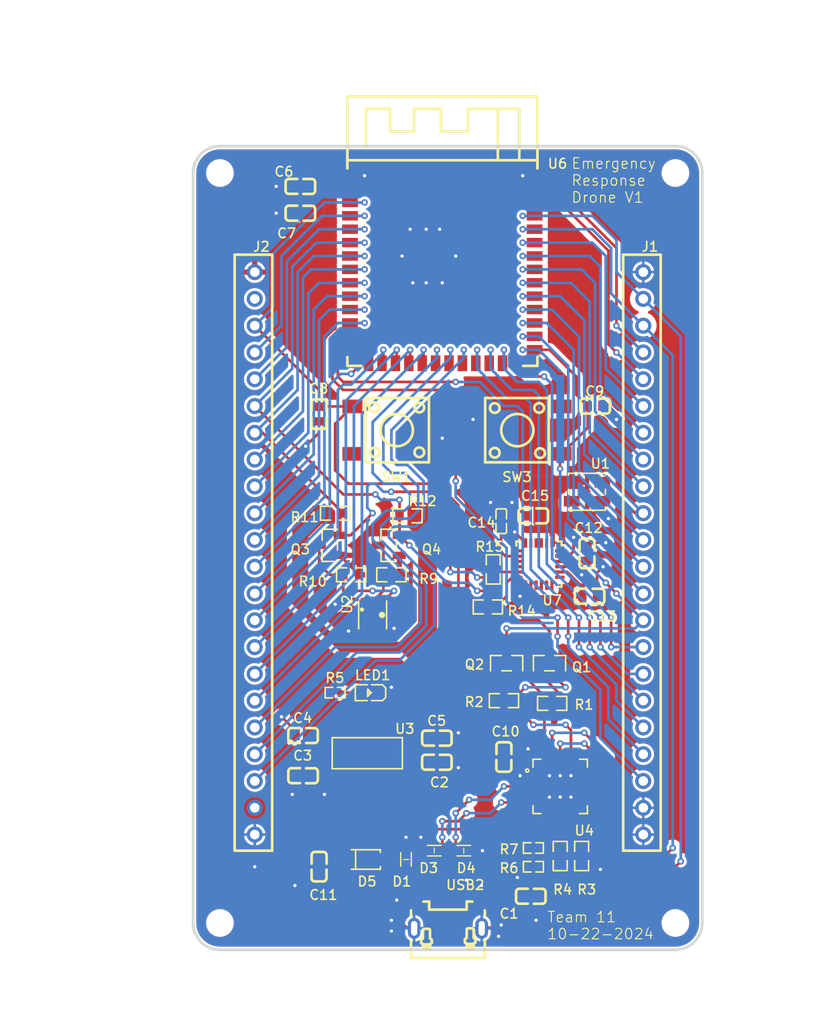
<source format=kicad_pcb>
(kicad_pcb (version 20240108) (generator "pcbnew") (generator_version "8.0")
  (layers (0 "F.Cu" signal "TopLayer") (31 "B.Cu" signal "BottomLayer") (34 "B.Paste" user "BottomPasteMaskLayer") (35 "F.Paste" user "TopPasteMaskLayer") (36 "B.SilkS" user "BottomSilkLayer") (37 "F.SilkS" user "TopSilkLayer") (38 "B.Mask" user "BottomSolderMaskLayer") (39 "F.Mask" user "TopSolderMaskLayer") (44 "Edge.Cuts" user "BoardOutLine"))
  (net 0 "")
  (net 1 "EN")
  (net 2 "SCL")
  (net 3 "SDA")
  (net 4 "IO5")
  (net 5 "IO4")
  (net 6 "IO8")
  (net 7 "IO18")
  (net 8 "IO17")
  (net 9 "IO16")
  (net 10 "IO42")
  (net 11 "IO41")
  (net 12 "TXD0")
  (net 13 "RXD0")
  (net 14 "IO39")
  (net 15 "IO40")
  (net 16 "IO38")
  (net 17 "IO37")
  (net 18 "IO36")
  (net 19 "IO35")
  (net 20 "IO0")
  (net 21 "IO15")
  (net 22 "IO1")
  (net 23 "IO2")
  (net 24 "RTS")
  (net 25 "IO45")
  (net 26 "IO48")
  (net 27 "IO47")
  (net 28 "IO21")
  (net 29 "IO20")
  (net 30 "IO19")
  (net 31 "USB_DN")
  (net 32 "USB_DP")
  (net 33 "Q3_3")
  (net 34 "IO3")
  (net 35 "IO46")
  (net 36 "IO10")
  (net 37 "IO11")
  (net 38 "IO14")
  (net 39 "IO13")
  (net 40 "IO12")
  (net 41 "IO9")
  (net 42 "GND")
  (net 43 "Q4_3")
  (net 44 "+3.3V")
  (net 45 "R5_2")
  (net 46 "Q2_1")
  (net 47 "VBUS")
  (net 48 "U4_8")
  (net 49 "DTR")
  (net 50 "U4_9")
  (net 51 "R3_1")
  (net 52 "Q1_1")
  (net 53 "U7_20")
  (net 54 "U7_10")
  (net 55 "+5V")
  (footprint "BackupProjects_lohit308_personal_1_20241022:R0603" (layer "F.Cu") (at 154.9579 137.3099 -90)
    (property "Reference" "R4")
    (property "Value" "1kΩ" (hide yes))
  )
  (footprint "BackupProjects_lohit308_personal_1_20241022:MICRO-USB-SMD_MICRO-USB-A5" (layer "F.Cu") (at 144.2899 142.8978)
    (property "Reference" "USB2")
    (property "Value" "U-F-M5DS-W-3" (hide yes))
  )
  (footprint "BackupProjects_lohit308_personal_1_20241022:C0603" (layer "F.Cu") (at 158.2599 94.6379 180)
    (property "Reference" "C9")
    (property "Value" "100nF" (hide yes))
  )
  (footprint "BackupProjects_lohit308_personal_1_20241022:CON24X1" (layer "F.Cu") (at 162.8319 109.8779)
    (property "Reference" "J1")
    (property "Value" "CON22X1" (hide yes))
  )
  (footprint "BackupProjects_lohit308_personal_1_20241022:QFN-24_L4.0-W4.0-P0.50-BL" (layer "F.Cu") (at 152.9259 109.6239)
    (property "Reference" "U7")
    (property "Value" "MPU6050" (hide yes))
  )
  (footprint "BackupProjects_lohit308_personal_1_20241022:C0603" (layer "F.Cu") (at 143.2739 126.1339)
    (property "Reference" "C5")
    (property "Value" "100nF" (hide yes))
  )
  (footprint "BackupProjects_lohit308_personal_1_20241022:Hole_gge7638" (layer "F.Cu") (at 165.88 72.54)
    (property "Reference" "Hole_gge7638" (hide yes))
    (property "Value" "Hole_gge7638" (hide yes))
  )
  (footprint "BackupProjects_lohit308_personal_1_20241022:LED-SMD_4P-L3.5-W3.5-BR_SK6812MINI-HS" (layer "F.Cu") (at 157.4979 102.7659)
    (property "Reference" "U1")
    (property "Value" "SK6812MINI-HS" (hide yes))
  )
  (footprint "BackupProjects_lohit308_personal_1_20241022:R0603" (layer "F.Cu") (at 138.9559 110.6399 180)
    (property "Reference" "R9")
    (property "Value" "10kΩ" (hide yes))
  )
  (footprint "BackupProjects_lohit308_personal_1_20241022:SOD-123_L2.7-W1.6-LS3.7-RD" (layer "F.Cu") (at 136.5299 137.6387)
    (property "Reference" "D5")
    (property "Value" "1N5819HW-7-F" (hide yes))
  )
  (footprint "BackupProjects_lohit308_personal_1_20241022:C0603" (layer "F.Cu") (at 143.2739 128.4199)
    (property "Reference" "C2")
    (property "Value" "10uF" (hide yes))
  )
  (footprint "BackupProjects_lohit308_personal_1_20241022:R0603" (layer "F.Cu") (at 148.6079 110.1319 90)
    (property "Reference" "R15")
    (property "Value" "4.7kΩ" (hide yes))
  )
  (footprint "BackupProjects_lohit308_personal_1_20241022:R0603" (layer "F.Cu") (at 140.4799 105.0519 180)
    (property "Reference" "R12")
    (property "Value" "10kΩ" (hide yes))
  )
  (footprint "BackupProjects_lohit308_personal_1_20241022:R0603" (layer "F.Cu") (at 135.1459 110.6399 180)
    (property "Reference" "R10")
    (property "Value" "10kΩ" (hide yes))
  )
  (footprint "BackupProjects_lohit308_personal_1_20241022:R0402" (layer "F.Cu") (at 152.4179 138.3259 180)
    (property "Reference" "R6")
    (property "Value" "47.5kΩ" (hide yes))
  )
  (footprint "BackupProjects_lohit308_personal_1_20241022:R0603" (layer "F.Cu") (at 156.9899 137.3099 -90)
    (property "Reference" "R3")
    (property "Value" "10kΩ" (hide yes))
  )
  (footprint "BackupProjects_lohit308_personal_1_20241022:Hole_gge7668" (layer "F.Cu") (at 165.88 143.6597)
    (property "Reference" "Hole_gge7668" (hide yes))
    (property "Value" "Hole_gge7668" (hide yes))
  )
  (footprint "BackupProjects_lohit308_personal_1_20241022:R0603" (layer "F.Cu") (at 133.6219 104.7979)
    (property "Reference" "R11")
    (property "Value" "10kΩ" (hide yes))
  )
  (footprint "BackupProjects_lohit308_personal_1_20241022:SOT-23-3_L2.9-W1.3-P1.90-LS2.4-BR" (layer "F.Cu") (at 153.9419 119.0219 -90)
    (property "Reference" "Q1")
    (property "Value" "L8050QLT1G" (hide yes))
  )
  (footprint "BackupProjects_lohit308_personal_1_20241022:R0603" (layer "F.Cu") (at 148.0999 113.6879 180)
    (property "Reference" "R14")
    (property "Value" "4.7kΩ" (hide yes))
  )
  (footprint "BackupProjects_lohit308_personal_1_20241022:SOT-23-3_L2.9-W1.3-P1.90-LS2.4-BR" (layer "F.Cu") (at 138.7019 107.8459)
    (property "Reference" "Q4")
    (property "Value" "BSS138_C713688" (hide yes))
  )
  (footprint "BackupProjects_lohit308_personal_1_20241022:C0603" (layer "F.Cu") (at 152.4179 105.0519)
    (property "Reference" "C15")
    (property "Value" "10nF" (hide yes))
  )
  (footprint "BackupProjects_lohit308_personal_1_20241022:Hole_gge7623" (layer "F.Cu") (at 122.7 72.54)
    (property "Reference" "Hole_gge7623" (hide yes))
    (property "Value" "Hole_gge7623" (hide yes))
  )
  (footprint "BackupProjects_lohit308_personal_1_20241022:QFN-28_L5.0-W5.0-P0.50-TL-EP3.3" (layer "F.Cu") (at 154.9579 130.7059)
    (property "Reference" "U4")
    (property "Value" "CP2102N-A02-GQFN28" (hide yes))
  )
  (footprint "BackupProjects_lohit308_personal_1_20241022:KEY-SMD_4P-L6.0-W6.0-P4.50-LS9.0" (layer "F.Cu") (at 150.8939 96.9239)
    (property "Reference" "SW3")
    (property "Value" "PTS645SH50SMTR92LFS" (hide yes))
  )
  (footprint "BackupProjects_lohit308_personal_1_20241022:SOD-523_L1.2-W0.8-LS1.6-BI" (layer "F.Cu") (at 140.3398 137.6387 90)
    (property "Reference" "D1")
    (property "Value" "LESD5D5.0CT1G" (hide yes))
  )
  (footprint "BackupProjects_lohit308_personal_1_20241022:C0603" (layer "F.Cu") (at 132.0979 95.3999 90)
    (property "Reference" "C8")
    (property "Value" "100nF" (hide yes))
  )
  (footprint "BackupProjects_lohit308_personal_1_20241022:C0603" (layer "F.Cu") (at 130.3199 73.81 180)
    (property "Reference" "C6")
    (property "Value" "10uF" (hide yes))
  )
  (footprint "BackupProjects_lohit308_personal_1_20241022:Hole_gge7683" (layer "F.Cu") (at 122.7 143.6597)
    (property "Reference" "Hole_gge7683" (hide yes))
    (property "Value" "Hole_gge7683" (hide yes))
  )
  (footprint "BackupProjects_lohit308_personal_1_20241022:C0603" (layer "F.Cu") (at 130.5739 125.8799 180)
    (property "Reference" "C4")
    (property "Value" "100nF" (hide yes))
  )
  (footprint "BackupProjects_lohit308_personal_1_20241022:R0402" (layer "F.Cu") (at 133.6219 121.8159)
    (property "Reference" "R5")
    (property "Value" "5.1kΩ" (hide yes))
  )
  (footprint "BackupProjects_lohit308_personal_1_20241022:SOT-223-3_L6.5-W3.4-P2.30-LS7.0-BR" (layer "F.Cu") (at 136.6699 127.6579 -90)
    (property "Reference" "U3")
    (property "Value" "SGM2212-3.3XKC3G/TR_C3294699" (hide yes))
  )
  (footprint "BackupProjects_lohit308_personal_1_20241022:R0603" (layer "F.Cu") (at 154.1959 122.8319)
    (property "Reference" "R1")
    (property "Value" "10kΩ" (hide yes))
  )
  (footprint "BackupProjects_lohit308_personal_1_20241022:CON24X1" (layer "F.Cu") (at 126.002 109.8779)
    (property "Reference" "J2")
    (property "Value" "CON22X1" (hide yes))
  )
  (footprint "BackupProjects_lohit308_personal_1_20241022:C0603" (layer "F.Cu") (at 130.5739 129.6899 180)
    (property "Reference" "C3")
    (property "Value" "10uF" (hide yes))
  )
  (footprint "BackupProjects_lohit308_personal_1_20241022:KEY-SMD_4P-L6.0-W6.0-P4.50-LS9.0" (layer "F.Cu") (at 139.4639 96.9239 180)
    (property "Reference" "SW1")
    (property "Value" "PTS645SH50SMTR92LFS" (hide yes))
  )
  (footprint "BackupProjects_lohit308_personal_1_20241022:SOT-23-3_L2.9-W1.3-P1.90-LS2.4-BR" (layer "F.Cu") (at 133.1139 107.8459)
    (property "Reference" "Q3")
    (property "Value" "BSS138_C713688" (hide yes))
  )
  (footprint "BackupProjects_lohit308_personal_1_20241022:C0402" (layer "F.Cu") (at 149.3699 105.5599 90)
    (property "Reference" "C14")
    (property "Value" "2.2nF" (hide yes))
  )
  (footprint "BackupProjects_lohit308_personal_1_20241022:WIRELM-SMD_ESP32-S3-WROOM-1" (layer "F.Cu") (at 143.7819 81.684)
    (property "Reference" "U6")
    (property "Value" "ESP32-S3-WROOM-1-N4R8" (hide yes))
  )
  (footprint "BackupProjects_lohit308_personal_1_20241022:SOD-523_L1.2-W0.8-LS1.6-BI" (layer "F.Cu") (at 145.8139 136.8019)
    (property "Reference" "D4")
    (property "Value" "LESD5D5.0CT1G" (hide yes))
  )
  (footprint "BackupProjects_lohit308_personal_1_20241022:C0603" (layer "F.Cu") (at 132.0979 138.3259 -90)
    (property "Reference" "C11")
    (property "Value" "10uF" (hide yes))
  )
  (footprint "BackupProjects_lohit308_personal_1_20241022:C0603" (layer "F.Cu") (at 152.1639 141.1198 180)
    (property "Reference" "C1")
    (property "Value" "100nF" (hide yes))
  )
  (footprint "BackupProjects_lohit308_personal_1_20241022:SOD-523_L1.2-W0.8-LS1.6-BI" (layer "F.Cu") (at 143.0199 136.8019 180)
    (property "Reference" "D3")
    (property "Value" "LESD5D5.0CT1G" (hide yes))
  )
  (footprint "BackupProjects_lohit308_personal_1_20241022:C0603" (layer "F.Cu") (at 157.4979 108.6079 90)
    (property "Reference" "C12")
    (property "Value" "100nF" (hide yes))
  )
  (footprint "BackupProjects_lohit308_personal_1_20241022:R0603" (layer "F.Cu") (at 149.6239 122.5779 180)
    (property "Reference" "R2")
    (property "Value" "10kΩ" (hide yes))
  )
  (footprint "BackupProjects_lohit308_personal_1_20241022:R0402" (layer "F.Cu") (at 152.4179 136.5479)
    (property "Reference" "R7")
    (property "Value" "22.1kΩ" (hide yes))
  )
  (footprint "BackupProjects_lohit308_personal_1_20241022:SOT-23-3_L2.9-W1.3-P1.90-LS2.4-BR" (layer "F.Cu") (at 149.8779 119.0219 -90)
    (property "Reference" "Q2")
    (property "Value" "L8050QLT1G" (hide yes))
  )
  (footprint "BackupProjects_lohit308_personal_1_20241022:LGA-8_BME280_BL" (layer "F.Cu") (at 137.1779 114.4499 90)
    (property "Reference" "U2")
    (property "Value" "BME280" (hide yes))
  )
  (footprint "BackupProjects_lohit308_personal_1_20241022:LED0603-RD_RED" (layer "F.Cu") (at 136.9239 121.8159 180)
    (property "Reference" "LED1")
    (property "Value" "XL-1608SURC-06" (hide yes))
  )
  (footprint "BackupProjects_lohit308_personal_1_20241022:C0603" (layer "F.Cu") (at 149.6239 127.9119 90)
    (property "Reference" "C10")
    (property "Value" "10uF" (hide yes))
  )
  (footprint "BackupProjects_lohit308_personal_1_20241022:C0603" (layer "F.Cu") (at 130.3199 76.35 180)
    (property "Reference" "C7")
    (property "Value" "100nF" (hide yes))
  )
  (footprint "BackupProjects_lohit308_personal_1_20241022:C0603" (layer "F.Cu") (at 157.7519 112.6719)
    (property "Reference" "C13")
    (property "Value" "100nF" (hide yes))
  )
  (gr_line (start 139.4999 146.1998) (end 148.3539 146.1998) (stroke (width 0.254)) (layer "Edge.Cuts"))
  (gr_line (start 122.7 146.1998) (end 139.4999 146.1998) (stroke (width 0.254)) (layer "Edge.Cuts"))
  (gr_line (start 122.69983 70) (end 166.048658 70) (stroke (width 0.254)) (layer "Edge.Cuts"))
  (gr_line (start 168.4255 72.54) (end 168.4255 143.6598) (stroke (width 0.254)) (layer "Edge.Cuts"))
  (gr_line (start 165.8799 146.1998) (end 148.9799 146.1998) (stroke (width 0.254)) (layer "Edge.Cuts"))
  (gr_line (start 148.9799 146.1998) (end 148.3539 146.1998) (stroke (width 0.254)) (layer "Edge.Cuts"))
  (gr_arc (start 168.4199 143.6598) (mid 167.675951 145.455851) (end 165.8799 146.1998) (stroke (width 0.254)) (layer "Edge.Cuts"))
  (gr_line (start 168.4199 143.6598) (end 168.4255 143.6598) (stroke (width 0.254)) (layer "Edge.Cuts"))
  (gr_arc (start 122.7 146.1998) (mid 120.903949 145.455851) (end 120.16 143.6598) (stroke (width 0.254)) (layer "Edge.Cuts"))
  (gr_line (start 120.1599 72.53993) (end 120.1599 143.6598) (stroke (width 0.254)) (layer "Edge.Cuts"))
  (gr_arc (start 120.1599 72.53993) (mid 120.903828 70.743928) (end 122.69983 70) (stroke (width 0.254)) (layer "Edge.Cuts"))
  (gr_arc (start 166.048658 70) (mid 167.738619 70.800677) (end 168.4255 72.54) (stroke (width 0.254)) (layer "Edge.Cuts"))
  (gr_text "Emergency\nResponse\nDrone V1" (at 155.956 75.438 0) (layer "F.SilkS") (effects (font (size 1 1) (thickness 0.1)) (justify left bottom)))
  (gr_text "Team 11\n10-22-2024" (at 153.67 145.288 0) (layer "F.SilkS") (effects (font (size 1 1) (thickness 0.1)) (justify left bottom)))
  (segment (start 146.3223 114.9575) (end 152.9263 114.9575) (width 0.254) (layer "F.Cu") (net 1))
  (segment (start 145.3059 104.0352) (end 145.3059 113.9412) (width 0.254) (layer "F.Cu") (net 1))
  (segment (start 133.6223 100.7335) (end 134.8923 102.0035) (width 0.254) (layer "F.Cu") (net 1))
  (segment (start 135.2639 94.6741) (end 133.6223 96.3156) (width 0.254) (layer "F.Cu") (net 1))
  (segment (start 143.2743 102.0035) (end 145.3059 104.0352) (width 0.254) (layer "F.Cu") (net 1))
  (segment (start 132.1239 94.6741) (end 135.2639 94.6741) (width 0.254) (layer "F.Cu") (net 1))
  (segment (start 145.3059 113.9412) (end 146.3223 114.9575) (width 0.254) (layer "F.Cu") (net 1))
  (segment (start 134.8923 102.0035) (end 143.2743 102.0035) (width 0.254) (layer "F.Cu") (net 1))
  (segment (start 152.9263 114.9575) (end 153.9423 115.9735) (width 0.254) (layer "F.Cu") (net 1))
  (segment (start 135.0092 75.334) (end 136.4159 75.334) (width 0.254) (layer "F.Cu") (net 1))
  (segment (start 132.098 94.7) (end 132.1239 94.6741) (width 0.254) (layer "F.Cu") (net 1))
  (segment (start 153.9423 115.9735) (end 153.9423 118.0232) (width 0.254) (layer "F.Cu") (net 1))
  (segment (start 133.6223 96.3156) (end 133.6223 100.7335) (width 0.254) (layer "F.Cu") (net 1))
  (segment (start 126.002 87.018) (end 132.098 93.114) (width 0.254) (layer "F.Cu") (net 1))
  (segment (start 132.098 93.114) (end 132.098 94.7) (width 0.254) (layer "F.Cu") (net 1))
  (via (at 136.416 75.334) (size 0.62) (drill 0.31) (layers "F.Cu" "B.Cu") (net 1))
  (segment (start 136.416 75.334) (end 132.6059 75.334) (width 0.254) (layer "B.Cu") (net 1))
  (segment (start 136.3513 75.3987) (end 136.4159 75.334) (width 0.254) (layer "B.Cu") (net 1))
  (segment (start 127.78 85.24) (end 126.002 87.0179) (width 0.254) (layer "B.Cu") (net 1))
  (segment (start 136.3513 75.3987) (end 136.4159 75.334) (width 0.254) (layer "B.Cu") (net 1))
  (segment (start 132.6059 75.334) (end 127.78 80.16) (width 0.254) (layer "B.Cu") (net 1))
  (segment (start 127.78 80.16) (end 127.78 85.24) (width 0.254) (layer "B.Cu") (net 1))
  (segment (start 136.3513 75.3987) (end 136.4159 75.334) (width 0.254) (layer "B.Cu") (net 1))
  (segment (start 138.938 102.766) (end 143.2747 102.766) (width 0.254) (layer "F.Cu") (net 2))
  (segment (start 126.7541 97.1775) (end 134.3741 104.7975) (width 0.254) (layer "F.Cu") (net 2))
  (segment (start 135.0092 80.414) (end 136.4159 80.414) (width 0.254) (layer "F.Cu") (net 2))
  (segment (start 148.608 110.8851) (end 149.119 110.3741) (width 0.254) (layer "F.Cu") (net 2))
  (segment (start 134.114 105.0591) (end 134.114 106.896) (width 0.254) (layer "F.Cu") (net 2))
  (segment (start 134.3751 104.798) (end 134.114 105.0591) (width 0.254) (layer "F.Cu") (net 2))
  (segment (start 135.0805 106.8955) (end 137.178 104.798) (width 0.254) (layer "F.Cu") (net 2))
  (segment (start 149.119 110.3741) (end 150.926 110.3741) (width 0.254) (layer "F.Cu") (net 2))
  (segment (start 144.5443 104.0355) (end 144.5443 110.3855) (width 0.254) (layer "F.Cu") (net 2))
  (segment (start 126.0023 97.1775) (end 126.7541 97.1775) (width 0.254) (layer "F.Cu") (net 2))
  (segment (start 134.115 106.8955) (end 135.0805 106.8955) (width 0.254) (layer "F.Cu") (net 2))
  (segment (start 148.6083 110.8859) (end 147.0843 110.8935) (width 0.254) (layer "F.Cu") (net 2))
  (segment (start 143.2747 102.766) (end 144.5443 104.0355) (width 0.254) (layer "F.Cu") (net 2))
  (via (at 138.938 102.766) (size 0.62) (drill 0.31) (layers "F.Cu" "B.Cu") (net 2))
  (via (at 137.178 104.798) (size 0.62) (drill 0.31) (layers "F.Cu" "B.Cu") (net 2))
  (via (at 136.416 80.414) (size 0.62) (drill 0.31) (layers "F.Cu" "B.Cu") (net 2))
  (via (at 147.0843 110.8935) (size 0.62) (drill 0.31) (layers "F.Cu" "B.Cu") (net 2))
  (via (at 144.544 110.386) (size 0.62) (drill 0.31) (layers "F.Cu" "B.Cu") (net 2))
  (segment (start 136.9239 102.0039) (end 136.6699 102.2578) (width 0.254) (layer "B.Cu") (net 2))
  (segment (start 130.0663 93.1135) (end 126.0023 97.1775) (width 0.254) (layer "B.Cu") (net 2))
  (segment (start 137.4319 102.0039) (end 136.9239 102.0039) (width 0.254) (layer "B.Cu") (net 2))
  (segment (start 131.5903 80.4135) (end 130.0663 81.9375) (width 0.254) (layer "B.Cu") (net 2))
  (segment (start 146.5767 110.386) (end 144.544 110.386) (width 0.254) (layer "B.Cu") (net 2))
  (segment (start 138.938 102.766) (end 138.194 102.766) (width 0.254) (layer "B.Cu") (net 2))
  (segment (start 136.4163 80.4135) (end 131.5903 80.4135) (width 0.254) (layer "B.Cu") (net 2))
  (segment (start 138.194 102.766) (end 137.4319 102.0039) (width 0.254) (layer "B.Cu") (net 2))
  (segment (start 130.0663 81.9375) (end 130.0663 93.1135) (width 0.254) (layer "B.Cu") (net 2))
  (segment (start 136.6699 102.2578) (end 136.6699 104.2899) (width 0.254) (layer "B.Cu") (net 2))
  (segment (start 136.6699 104.2899) (end 137.178 104.798) (width 0.254) (layer "B.Cu") (net 2))
  (segment (start 136.3502 80.4782) (end 136.4163 80.4147) (width 0.254) (layer "B.Cu") (net 2))
  (segment (start 147.0843 110.8935) (end 146.5767 110.386) (width 0.254) (layer "B.Cu") (net 2))
  (segment (start 148.3543 112.1635) (end 147.0843 112.1635) (width 0.254) (layer "F.Cu") (net 3))
  (segment (start 148.8521 113.6875) (end 148.8521 112.6639) (width 0.254) (layer "F.Cu") (net 3))
  (segment (start 137.432 103.02) (end 134.384 103.02) (width 0.254) (layer "F.Cu") (net 3))
  (segment (start 139.702 106.896) (end 140.6519 107.8459) (width 0.254) (layer "F.Cu") (net 3))
  (segment (start 134.384 103.02) (end 126.002 94.638) (width 0.254) (layer "F.Cu") (net 3))
  (segment (start 135.0092 79.144) (end 136.4159 79.144) (width 0.254) (layer "F.Cu") (net 3))
  (segment (start 148.8521 112.6639) (end 148.3543 112.1635) (width 0.254) (layer "F.Cu") (net 3))
  (segment (start 139.7269 105.0517) (end 139.7269 103.5369) (width 0.254) (layer "F.Cu") (net 3))
  (segment (start 149.8779 111.4019) (end 150.4059 110.8739) (width 0.254) (layer "F.Cu") (net 3))
  (segment (start 148.8531 113.688) (end 149.8779 112.6632) (width 0.254) (layer "F.Cu") (net 3))
  (segment (start 139.7269 103.5369) (end 139.7179 103.5279) (width 0.254) (layer "F.Cu") (net 3))
  (segment (start 139.7269 105.0517) (end 139.7269 106.8712) (width 0.254) (layer "F.Cu") (net 3))
  (segment (start 150.4059 110.8739) (end 150.926 110.8739) (width 0.254) (layer "F.Cu") (net 3))
  (segment (start 139.7269 106.8712) (end 139.702 106.8961) (width 0.254) (layer "F.Cu") (net 3))
  (segment (start 149.8779 112.6632) (end 149.8779 111.4019) (width 0.254) (layer "F.Cu") (net 3))
  (segment (start 140.6519 107.8459) (end 140.7339 107.8459) (width 0.254) (layer "F.Cu") (net 3))
  (via (at 136.416 79.144) (size 0.62) (drill 0.31) (layers "F.Cu" "B.Cu") (net 3))
  (via (at 137.432 103.02) (size 0.62) (drill 0.31) (layers "F.Cu" "B.Cu") (net 3))
  (via (at 147.0843 112.1635) (size 0.62) (drill 0.31) (layers "F.Cu" "B.Cu") (net 3))
  (via (at 140.652 107.846) (size 0.62) (drill 0.31) (layers "F.Cu" "B.Cu") (net 3))
  (via (at 139.718 103.528) (size 0.62) (drill 0.31) (layers "F.Cu" "B.Cu") (net 3))
  (segment (start 140.6519 107.8459) (end 144.208 111.402) (width 0.254) (layer "B.Cu") (net 3))
  (segment (start 136.3502 79.2082) (end 136.4163 79.1447) (width 0.254) (layer "B.Cu") (net 3))
  (segment (start 137.9399 103.5279) (end 137.432 103.02) (width 0.254) (layer "B.Cu") (net 3))
  (segment (start 131.8443 79.1435) (end 136.4163 79.1435) (width 0.254) (layer "B.Cu") (net 3))
  (segment (start 129.5583 91.0815) (end 129.5583 81.4295) (width 0.254) (layer "B.Cu") (net 3))
  (segment (start 144.208 111.402) (end 144.544 111.402) (width 0.254) (layer "B.Cu") (net 3))
  (segment (start 146.3224 111.402) (end 144.544 111.402) (width 0.254) (layer "B.Cu") (net 3))
  (segment (start 126.0023 94.6375) (end 129.5583 91.0815) (width 0.254) (layer "B.Cu") (net 3))
  (segment (start 139.7179 103.5279) (end 137.9399 103.5279) (width 0.254) (layer "B.Cu") (net 3))
  (segment (start 147.0843 112.1639) (end 146.3224 111.402) (width 0.254) (layer "B.Cu") (net 3))
  (segment (start 129.5583 81.4295) (end 131.8443 79.1435) (width 0.254) (layer "B.Cu") (net 3))
  (segment (start 136.3502 79.2082) (end 136.4163 79.1447) (width 0.254) (layer "B.Cu") (net 3))
  (segment (start 135.0092 77.874) (end 136.4159 77.874) (width 0.254) (layer "F.Cu") (net 4))
  (via (at 136.416 77.874) (size 0.62) (drill 0.31) (layers "F.Cu" "B.Cu") (net 4))
  (segment (start 129.0503 89.0495) (end 126.0023 92.0975) (width 0.254) (layer "B.Cu") (net 4))
  (segment (start 136.3502 77.9382) (end 136.4163 77.8747) (width 0.254) (layer "B.Cu") (net 4))
  (segment (start 136.3513 77.9386) (end 136.4159 77.874) (width 0.254) (layer "B.Cu") (net 4))
  (segment (start 132.0983 77.8735) (end 129.0503 80.9215) (width 0.254) (layer "B.Cu") (net 4))
  (segment (start 129.0503 80.9215) (end 129.0503 89.0495) (width 0.254) (layer "B.Cu") (net 4))
  (segment (start 136.4163 77.8735) (end 132.0983 77.8735) (width 0.254) (layer "B.Cu") (net 4))
  (segment (start 135.0092 76.604) (end 136.4159 76.604) (width 0.254) (layer "F.Cu") (net 5))
  (via (at 136.416 76.604) (size 0.62) (drill 0.31) (layers "F.Cu" "B.Cu") (net 5))
  (segment (start 136.3513 76.6686) (end 136.4159 76.604) (width 0.254) (layer "B.Cu") (net 5))
  (segment (start 128.5423 87.0175) (end 126.0023 89.5575) (width 0.254) (layer "B.Cu") (net 5))
  (segment (start 132.3523 76.6035) (end 128.5423 80.4135) (width 0.254) (layer "B.Cu") (net 5))
  (segment (start 128.5423 80.4135) (end 128.5423 87.0175) (width 0.254) (layer "B.Cu") (net 5))
  (segment (start 136.4163 76.6035) (end 132.3523 76.6035) (width 0.254) (layer "B.Cu") (net 5))
  (segment (start 136.3513 76.6686) (end 136.4159 76.604) (width 0.254) (layer "B.Cu") (net 5))
  (segment (start 135.0092 86.764) (end 136.4159 86.764) (width 0.254) (layer "F.Cu") (net 6))
  (via (at 136.416 86.764) (size 0.62) (drill 0.31) (layers "F.Cu" "B.Cu") (net 6))
  (segment (start 132.6063 88.0335) (end 132.6063 103.2735) (width 0.254) (layer "B.Cu") (net 6))
  (segment (start 136.3502 86.8282) (end 136.4163 86.7647) (width 0.254) (layer "B.Cu") (net 6))
  (segment (start 136.4163 86.7635) (end 133.8763 86.7635) (width 0.254) (layer "B.Cu") (net 6))
  (segment (start 132.6063 103.2735) (end 126.0023 109.8775) (width 0.254) (layer "B.Cu") (net 6))
  (segment (start 133.8763 86.7635) (end 132.6063 88.0335) (width 0.254) (layer "B.Cu") (net 6))
  (segment (start 135.0092 85.494) (end 136.4159 85.494) (width 0.254) (layer "F.Cu") (net 7))
  (via (at 136.416 85.494) (size 0.62) (drill 0.31) (layers "F.Cu" "B.Cu") (net 7))
  (segment (start 132.0983 101.2415) (end 126.0023 107.3375) (width 0.254) (layer "B.Cu") (net 7))
  (segment (start 133.1143 85.4935) (end 132.0983 86.5095) (width 0.254) (layer "B.Cu") (net 7))
  (segment (start 132.0983 86.5095) (end 132.0983 101.2415) (width 0.254) (layer "B.Cu") (net 7))
  (segment (start 136.3502 85.5582) (end 136.4163 85.4947) (width 0.254) (layer "B.Cu") (net 7))
  (segment (start 136.4163 85.4935) (end 133.1143 85.4935) (width 0.254) (layer "B.Cu") (net 7))
  (segment (start 135.0092 84.224) (end 136.4159 84.224) (width 0.254) (layer "F.Cu") (net 8))
  (via (at 136.416 84.224) (size 0.62) (drill 0.31) (layers "F.Cu" "B.Cu") (net 8))
  (segment (start 132.8603 84.2235) (end 131.5903 85.4935) (width 0.254) (layer "B.Cu") (net 8))
  (segment (start 131.5903 99.2095) (end 126.0023 104.7975) (width 0.254) (layer "B.Cu") (net 8))
  (segment (start 136.4163 84.2235) (end 132.8603 84.2235) (width 0.254) (layer "B.Cu") (net 8))
  (segment (start 131.5903 85.4935) (end 131.5903 99.2095) (width 0.254) (layer "B.Cu") (net 8))
  (segment (start 136.3502 84.2882) (end 136.4163 84.2247) (width 0.254) (layer "B.Cu") (net 8))
  (segment (start 135.0092 82.954) (end 136.4159 82.954) (width 0.254) (layer "F.Cu") (net 9))
  (via (at 136.416 82.954) (size 0.62) (drill 0.31) (layers "F.Cu" "B.Cu") (net 9))
  (segment (start 132.0983 82.9535) (end 136.4163 82.9535) (width 0.254) (layer "B.Cu") (net 9))
  (segment (start 136.3502 83.0182) (end 136.4163 82.9547) (width 0.254) (layer "B.Cu") (net 9))
  (segment (start 126.0023 102.2575) (end 131.0823 97.1775) (width 0.254) (layer "B.Cu") (net 9))
  (segment (start 131.0823 83.9695) (end 132.0983 82.9535) (width 0.254) (layer "B.Cu") (net 9))
  (segment (start 131.0823 97.1775) (end 131.0823 83.9695) (width 0.254) (layer "B.Cu") (net 9))
  (segment (start 152.8088 79.144) (end 151.4019 79.144) (width 0.254) (layer "F.Cu") (net 10))
  (via (at 151.402 79.144) (size 0.62) (drill 0.31) (layers "F.Cu" "B.Cu") (net 10))
  (segment (start 151.4665 79.2086) (end 151.4019 79.144) (width 0.254) (layer "B.Cu") (net 10))
  (segment (start 162.8323 94.6375) (end 159.2763 91.0815) (width 0.254) (layer "B.Cu") (net 10))
  (segment (start 159.2763 80.4135) (end 158.0063 79.1435) (width 0.254) (layer "B.Cu") (net 10))
  (segment (start 151.4665 79.2086) (end 151.4019 79.144) (width 0.254) (layer "B.Cu") (net 10))
  (segment (start 158.0063 79.1435) (end 151.4023 79.1435) (width 0.254) (layer "B.Cu") (net 10))
  (segment (start 159.2763 91.0815) (end 159.2763 80.4135) (width 0.254) (layer "B.Cu") (net 10))
  (segment (start 152.8088 80.414) (end 151.4019 80.414) (width 0.254) (layer "F.Cu") (net 11))
  (via (at 151.402 80.414) (size 0.62) (drill 0.31) (layers "F.Cu" "B.Cu") (net 11))
  (segment (start 157.7523 80.4135) (end 158.7683 81.4295) (width 0.254) (layer "B.Cu") (net 11))
  (segment (start 151.4023 80.4135) (end 157.7523 80.4135) (width 0.254) (layer "B.Cu") (net 11))
  (segment (start 151.4019 80.414) (end 151.4023 80.4147) (width 0.254) (layer "B.Cu") (net 11))
  (segment (start 158.7683 81.4295) (end 158.7683 93.1135) (width 0.254) (layer "B.Cu") (net 11))
  (segment (start 158.7683 93.1135) (end 162.8323 97.1775) (width 0.254) (layer "B.Cu") (net 11))
  (segment (start 151.4665 80.4786) (end 151.4019 80.414) (width 0.254) (layer "B.Cu") (net 11))
  (segment (start 152.8088 76.604) (end 151.4019 76.604) (width 0.254) (layer "F.Cu") (net 12))
  (segment (start 157.2443 126.6415) (end 158.7683 128.1655) (width 0.254) (layer "F.Cu") (net 12))
  (segment (start 158.7683 137.0555) (end 160.5463 138.8335) (width 0.254) (layer "F.Cu") (net 12))
  (segment (start 165.3723 138.8335) (end 166.3883 137.8175) (width 0.254) (layer "F.Cu") (net 12))
  (segment (start 154.958 128.3286) (end 154.9579 126.6419) (width 0.254) (layer "F.Cu") (net 12))
  (segment (start 160.5463 138.8335) (end 165.3723 138.8335) (width 0.254) (layer "F.Cu") (net 12))
  (segment (start 158.7683 128.1655) (end 158.7683 137.0555) (width 0.254) (layer "F.Cu") (net 12))
  (via (at 151.402 76.604) (size 0.62) (drill 0.31) (layers "F.Cu" "B.Cu") (net 12))
  (via (at 157.244 126.642) (size 0.62) (drill 0.31) (layers "F.Cu" "B.Cu") (net 12))
  (via (at 166.388 137.818) (size 0.62) (drill 0.31) (layers "F.Cu" "B.Cu") (net 12))
  (via (at 154.958 126.642) (size 0.62) (drill 0.31) (layers "F.Cu" "B.Cu") (net 12))
  (segment (start 166.388 137.818) (end 166.388 88.034) (width 0.254) (layer "B.Cu") (net 12))
  (segment (start 166.388 88.034) (end 162.832 84.478) (width 0.254) (layer "B.Cu") (net 12))
  (segment (start 160.2923 78.8895) (end 160.2923 81.9375) (width 0.254) (layer "B.Cu") (net 12))
  (segment (start 157.244 126.642) (end 157.244 126.642) (width 0.254) (layer "B.Cu") (net 12))
  (segment (start 151.4023 76.6035) (end 158.0063 76.6035) (width 0.254) (layer "B.Cu") (net 12))
  (segment (start 151.4665 76.6686) (end 151.4019 76.604) (width 0.254) (layer "B.Cu") (net 12))
  (segment (start 158.0063 76.6035) (end 160.2923 78.8895) (width 0.254) (layer "B.Cu") (net 12))
  (segment (start 154.958 126.642) (end 157.244 126.642) (width 0.254) (layer "B.Cu") (net 12))
  (segment (start 151.4665 76.6686) (end 151.4019 76.604) (width 0.254) (layer "B.Cu") (net 12))
  (segment (start 160.2923 81.9375) (end 162.8323 84.4775) (width 0.254) (layer "B.Cu") (net 12))
  (segment (start 159.5299 136.8019) (end 160.5459 137.8179) (width 0.254) (layer "F.Cu") (net 13))
  (segment (start 160.5459 137.8179) (end 164.3559 137.8179) (width 0.254) (layer "F.Cu") (net 13))
  (segment (start 154.4579 128.3281) (end 154.4503 127.6575) (width 0.254) (layer "F.Cu") (net 13))
  (segment (start 154.1963 127.4035) (end 154.1963 125.6255) (width 0.254) (layer "F.Cu") (net 13))
  (segment (start 157.244 125.626) (end 159.5299 127.9119) (width 0.254) (layer "F.Cu") (net 13))
  (segment (start 159.5299 127.9119) (end 159.5299 136.8019) (width 0.254) (layer "F.Cu") (net 13))
  (segment (start 154.4503 127.6575) (end 154.1963 127.4035) (width 0.254) (layer "F.Cu") (net 13))
  (segment (start 152.8088 77.874) (end 151.4019 77.874) (width 0.254) (layer "F.Cu") (net 13))
  (segment (start 164.3559 137.8179) (end 165.6259 136.5479) (width 0.254) (layer "F.Cu") (net 13))
  (via (at 154.196 125.626) (size 0.62) (drill 0.31) (layers "F.Cu" "B.Cu") (net 13))
  (via (at 157.244 125.626) (size 0.62) (drill 0.31) (layers "F.Cu" "B.Cu") (net 13))
  (via (at 151.402 77.874) (size 0.62) (drill 0.31) (layers "F.Cu" "B.Cu") (net 13))
  (via (at 165.626 136.548) (size 0.62) (drill 0.31) (layers "F.Cu" "B.Cu") (net 13))
  (segment (start 151.4665 77.9386) (end 151.4019 77.874) (width 0.254) (layer "B.Cu") (net 13))
  (segment (start 159.7843 79.6515) (end 158.0063 77.8735) (width 0.254) (layer "B.Cu") (net 13))
  (segment (start 158.0063 77.8735) (end 151.4023 77.8735) (width 0.254) (layer "B.Cu") (net 13))
  (segment (start 159.7843 83.9695) (end 159.7843 79.6515) (width 0.254) (layer "B.Cu") (net 13))
  (segment (start 162.8323 87.0175) (end 159.7843 83.9695) (width 0.254) (layer "B.Cu") (net 13))
  (segment (start 165.626 136.548) (end 165.626 89.812) (width 0.254) (layer "B.Cu") (net 13))
  (segment (start 165.626 89.812) (end 162.832 87.018) (width 0.254) (layer "B.Cu") (net 13))
  (segment (start 151.4665 77.9386) (end 151.4019 77.874) (width 0.254) (layer "B.Cu") (net 13))
  (segment (start 157.244 125.626) (end 154.196 125.626) (width 0.254) (layer "B.Cu") (net 13))
  (segment (start 152.8088 82.954) (end 151.4019 82.954) (width 0.254) (layer "F.Cu") (net 14))
  (via (at 151.402 82.954) (size 0.62) (drill 0.31) (layers "F.Cu" "B.Cu") (net 14))
  (segment (start 157.7523 84.7315) (end 157.7523 97.1775) (width 0.254) (layer "B.Cu") (net 14))
  (segment (start 151.4665 83.0186) (end 151.4019 82.954) (width 0.254) (layer "B.Cu") (net 14))
  (segment (start 157.7523 97.1775) (end 162.8323 102.2575) (width 0.254) (layer "B.Cu") (net 14))
  (segment (start 151.4023 82.9535) (end 155.9743 82.9535) (width 0.254) (layer "B.Cu") (net 14))
  (segment (start 155.9743 82.9535) (end 157.7523 84.7315) (width 0.254) (layer "B.Cu") (net 14))
  (segment (start 152.8088 81.684) (end 151.4019 81.684) (width 0.254) (layer "F.Cu") (net 15))
  (via (at 151.402 81.684) (size 0.62) (drill 0.31) (layers "F.Cu" "B.Cu") (net 15))
  (segment (start 158.2603 95.1455) (end 162.8323 99.7175) (width 0.254) (layer "B.Cu") (net 15))
  (segment (start 158.2603 82.9535) (end 158.2603 95.1455) (width 0.254) (layer "B.Cu") (net 15))
  (segment (start 151.4023 81.6835) (end 156.9903 81.6835) (width 0.254) (layer "B.Cu") (net 15))
  (segment (start 151.4665 81.7486) (end 151.4019 81.684) (width 0.254) (layer "B.Cu") (net 15))
  (segment (start 156.9903 81.6835) (end 158.2603 82.9535) (width 0.254) (layer "B.Cu") (net 15))
  (segment (start 159.1366 101.8663) (end 162.0703 104.7975) (width 0.254) (layer "F.Cu") (net 16))
  (segment (start 158.9486 101.8663) (end 159.1366 101.8663) (width 0.254) (layer "F.Cu") (net 16))
  (segment (start 152.8088 84.224) (end 151.4019 84.224) (width 0.254) (layer "F.Cu") (net 16))
  (segment (start 162.0703 104.7975) (end 162.8323 104.7975) (width 0.254) (layer "F.Cu") (net 16))
  (via (at 151.402 84.224) (size 0.62) (drill 0.31) (layers "F.Cu" "B.Cu") (net 16))
  (segment (start 154.9583 84.2235) (end 157.2443 86.5095) (width 0.254) (layer "B.Cu") (net 16))
  (segment (start 157.2443 86.5095) (end 157.2443 99.2095) (width 0.254) (layer "B.Cu") (net 16))
  (segment (start 157.2443 99.2095) (end 162.8323 104.7975) (width 0.254) (layer "B.Cu") (net 16))
  (segment (start 151.4665 84.2886) (end 151.4019 84.224) (width 0.254) (layer "B.Cu") (net 16))
  (segment (start 151.4023 84.2235) (end 154.9583 84.2235) (width 0.254) (layer "B.Cu") (net 16))
  (segment (start 152.8088 85.494) (end 151.4019 85.494) (width 0.254) (layer "F.Cu") (net 17))
  (via (at 151.402 85.494) (size 0.62) (drill 0.31) (layers "F.Cu" "B.Cu") (net 17))
  (segment (start 151.4665 85.5586) (end 151.4019 85.494) (width 0.254) (layer "B.Cu") (net 17))
  (segment (start 154.1963 85.4935) (end 156.7363 88.0335) (width 0.254) (layer "B.Cu") (net 17))
  (segment (start 156.7363 101.2415) (end 162.8323 107.3375) (width 0.254) (layer "B.Cu") (net 17))
  (segment (start 151.4023 85.4935) (end 154.1963 85.4935) (width 0.254) (layer "B.Cu") (net 17))
  (segment (start 156.7363 88.0335) (end 156.7363 101.2415) (width 0.254) (layer "B.Cu") (net 17))
  (segment (start 152.8088 86.764) (end 151.4019 86.764) (width 0.254) (layer "F.Cu") (net 18))
  (via (at 151.402 86.764) (size 0.62) (drill 0.31) (layers "F.Cu" "B.Cu") (net 18))
  (segment (start 156.2283 89.3035) (end 156.2283 103.2735) (width 0.254) (layer "B.Cu") (net 18))
  (segment (start 156.2283 103.2735) (end 162.8323 109.8775) (width 0.254) (layer "B.Cu") (net 18))
  (segment (start 153.6883 86.7635) (end 156.2283 89.3035) (width 0.254) (layer "B.Cu") (net 18))
  (segment (start 151.4023 86.7635) (end 153.6883 86.7635) (width 0.254) (layer "B.Cu") (net 18))
  (segment (start 151.4665 86.8286) (end 151.4019 86.764) (width 0.254) (layer "B.Cu") (net 18))
  (segment (start 152.8088 88.034) (end 151.4019 88.034) (width 0.254) (layer "F.Cu") (net 19))
  (via (at 151.402 88.034) (size 0.62) (drill 0.31) (layers "F.Cu" "B.Cu") (net 19))
  (segment (start 152.9263 88.0335) (end 155.7203 90.8275) (width 0.254) (layer "B.Cu") (net 19))
  (segment (start 151.4665 88.0986) (end 151.4019 88.034) (width 0.254) (layer "B.Cu") (net 19))
  (segment (start 155.7203 90.8275) (end 155.7203 105.3055) (width 0.254) (layer "B.Cu") (net 19))
  (segment (start 151.4023 88.0335) (end 152.9263 88.0335) (width 0.254) (layer "B.Cu") (net 19))
  (segment (start 155.7203 105.3055) (end 162.8323 112.4175) (width 0.254) (layer "B.Cu") (net 19))
  (segment (start 153.9419 89.304) (end 152.8089 89.304) (width 0.254) (layer "F.Cu") (net 20))
  (segment (start 149.878 118.022) (end 149.878 115.72) (width 0.254) (layer "F.Cu") (net 20))
  (segment (start 149.878 115.72) (end 149.878 115.72) (width 0.254) (layer "F.Cu") (net 20))
  (segment (start 154.94 99.3278) (end 155.0939 99.1739) (width 0.254) (layer "F.Cu") (net 20))
  (segment (start 154.94 100.584) (end 154.94 99.3278) (width 0.254) (layer "F.Cu") (net 20))
  (segment (start 156.4819 93.5598) (end 156.4819 91.8439) (width 0.254) (layer "F.Cu") (net 20))
  (segment (start 157.5599 94.6378) (end 156.4819 93.5598) (width 0.254) (layer "F.Cu") (net 20))
  (segment (start 155.0939 99.1739) (end 157.5599 96.7079) (width 0.254) (layer "F.Cu") (net 20))
  (segment (start 157.5599 96.7079) (end 157.5599 94.6378) (width 0.254) (layer "F.Cu") (net 20))
  (segment (start 159.2763 111.4015) (end 160.2923 112.4175) (width 0.254) (layer "F.Cu") (net 20))
  (segment (start 156.4819 91.8439) (end 153.9419 89.304) (width 0.254) (layer "F.Cu") (net 20))
  (segment (start 152.8088 89.304) (end 151.4019 89.304) (width 0.254) (layer "F.Cu") (net 20))
  (via (at 154.94 100.584) (size 0.6) (drill 0.3) (layers "F.Cu" "B.Cu") (net 20))
  (via (at 160.2923 112.4175) (size 0.62) (drill 0.31) (layers "F.Cu" "B.Cu") (net 20))
  (via (at 151.402 89.304) (size 0.62) (drill 0.31) (layers "F.Cu" "B.Cu") (net 20))
  (via (at 159.276 111.402) (size 0.62) (drill 0.31) (layers "F.Cu" "B.Cu") (net 20))
  (via (at 149.878 115.72) (size 0.62) (drill 0.31) (layers "F.Cu" "B.Cu") (net 20))
  (segment (start 154.953831 100.597831) (end 154.953831 107.079831) (width 0.254) (layer "B.Cu") (net 20))
  (segment (start 149.878 115.72) (end 149.8785 115.7195) (width 0.254) (layer "B.Cu") (net 20))
  (segment (start 149.8785 115.7195) (end 162.0703 115.7195) (width 0.254) (layer "B.Cu") (net 20))
  (segment (start 154.94 100.584) (end 154.953831 100.597831) (width 0.254) (layer "B.Cu") (net 20))
  (segment (start 151.4665 89.3686) (end 151.4019 89.304) (width 0.254) (layer "B.Cu") (net 20))
  (segment (start 152.9259 89.304) (end 154.9579 91.3359) (width 0.254) (layer "B.Cu") (net 20))
  (segment (start 162.0703 115.7195) (end 162.8323 114.9575) (width 0.254) (layer "B.Cu") (net 20))
  (segment (start 154.953831 107.079831) (end 159.276 111.402) (width 0.254) (layer "B.Cu") (net 20))
  (segment (start 162.8323 114.9575) (end 160.2923 112.4175) (width 0.254) (layer "B.Cu") (net 20))
  (segment (start 154.9579 100.6019) (end 154.9579 100.838) (width 0.254) (layer "B.Cu") (net 20))
  (segment (start 151.402 89.304) (end 152.9259 89.304) (width 0.254) (layer "B.Cu") (net 20))
  (segment (start 154.94 100.584) (end 154.9579 100.6019) (width 0.254) (layer "B.Cu") (net 20))
  (segment (start 135.0092 81.684) (end 136.4159 81.684) (width 0.254) (layer "F.Cu") (net 21))
  (via (at 136.416 81.684) (size 0.62) (drill 0.31) (layers "F.Cu" "B.Cu") (net 21))
  (segment (start 130.5743 95.1455) (end 130.5743 82.4455) (width 0.254) (layer "B.Cu") (net 21))
  (segment (start 130.5743 82.4455) (end 131.3363 81.6835) (width 0.254) (layer "B.Cu") (net 21))
  (segment (start 136.3502 81.7482) (end 136.4163 81.6847) (width 0.254) (layer "B.Cu") (net 21))
  (segment (start 131.3363 81.6835) (end 136.4163 81.6835) (width 0.254) (layer "B.Cu") (net 21))
  (segment (start 126.0023 99.7175) (end 130.5743 95.1455) (width 0.254) (layer "B.Cu") (net 21))
  (segment (start 160.2923 87.0175) (end 160.2923 79.6524) (width 0.254) (layer "F.Cu") (net 22))
  (segment (start 160.2923 79.6524) (end 154.7039 74.064) (width 0.254) (layer "F.Cu") (net 22))
  (segment (start 154.7039 74.064) (end 152.8089 74.064) (width 0.254) (layer "F.Cu") (net 22))
  (via (at 160.2923 87.0175) (size 0.62) (drill 0.31) (layers "F.Cu" "B.Cu") (net 22))
  (segment (start 162.8323 89.5575) (end 160.2923 87.0175) (width 0.254) (layer "B.Cu") (net 22))
  (segment (start 160.2923 89.5575) (end 159.5303 88.7955) (width 0.254) (layer "F.Cu") (net 23))
  (segment (start 159.5303 79.9055) (end 154.9583 75.3335) (width 0.254) (layer "F.Cu") (net 23))
  (segment (start 159.5303 88.7955) (end 159.5303 79.9055) (width 0.254) (layer "F.Cu") (net 23))
  (segment (start 154.9583 75.3335) (end 152.8094 75.3335) (width 0.254) (layer "F.Cu") (net 23))
  (via (at 160.2923 89.5575) (size 0.62) (drill 0.31) (layers "F.Cu" "B.Cu") (net 23))
  (segment (start 162.8323 92.0975) (end 160.2923 89.5575) (width 0.254) (layer "B.Cu") (net 23))
  (segment (start 154.8919 120.7339) (end 155.466 121.308) (width 0.254) (layer "F.Cu") (net 24))
  (segment (start 155.4663 127.6575) (end 155.9743 127.1495) (width 0.254) (layer "F.Cu") (net 24))
  (segment (start 155.9743 127.1495) (end 155.9743 125.3715) (width 0.254) (layer "F.Cu") (net 24))
  (segment (start 150.3771 122.578) (end 150.3771 122.8231) (width 0.254) (layer "F.Cu") (net 24))
  (segment (start 155.4586 128.3281) (end 155.4663 127.6575) (width 0.254) (layer "F.Cu") (net 24))
  (segment (start 150.3771 122.578) (end 151.6471 121.308) (width 0.254) (layer "F.Cu") (net 24))
  (segment (start 150.3771 122.8231) (end 152.418 124.864) (width 0.254) (layer "F.Cu") (net 24))
  (segment (start 154.8919 120.022) (end 154.8919 120.7339) (width 0.254) (layer "F.Cu") (net 24))
  (segment (start 155.9743 125.3715) (end 155.4663 124.8635) (width 0.254) (layer "F.Cu") (net 24))
  (segment (start 151.6471 121.308) (end 151.656 121.308) (width 0.254) (layer "F.Cu") (net 24))
  (via (at 152.418 124.864) (size 0.62) (drill 0.31) (layers "F.Cu" "B.Cu") (net 24))
  (via (at 155.466 124.864) (size 0.62) (drill 0.31) (layers "F.Cu" "B.Cu") (net 24))
  (via (at 151.656 121.308) (size 0.62) (drill 0.31) (layers "F.Cu" "B.Cu") (net 24))
  (via (at 155.466 121.308) (size 0.62) (drill 0.31) (layers "F.Cu" "B.Cu") (net 24))
  (segment (start 152.418 124.864) (end 155.466 124.864) (width 0.254) (layer "B.Cu") (net 24))
  (segment (start 151.656 121.308) (end 155.466 121.308) (width 0.254) (layer "B.Cu") (net 24))
  (segment (start 155.466 124.864) (end 155.466 124.864) (width 0.254) (layer "B.Cu") (net 24))
  (segment (start 155.466 121.308) (end 155.466 121.308) (width 0.254) (layer "B.Cu") (net 24))
  (segment (start 159.784 114.7038) (end 159.784 117.498) (width 0.254) (layer "F.Cu") (net 25))
  (segment (start 159.7843 114.7035) (end 159.784 114.7038) (width 0.254) (layer "F.Cu") (net 25))
  (segment (start 150.8943 90.703) (end 152.0347 91.8435) (width 0.254) (layer "F.Cu") (net 25))
  (segment (start 153.4343 91.8435) (end 153.4339 91.8439) (width 0.254) (layer "F.Cu") (net 25))
  (segment (start 152.0347 91.8435) (end 153.4343 91.8435) (width 0.254) (layer "F.Cu") (net 25))
  (via (at 153.4343 91.8435) (size 0.62) (drill 0.31) (layers "F.Cu" "B.Cu") (net 25))
  (via (at 159.7843 114.7035) (size 0.62) (drill 0.31) (layers "F.Cu" "B.Cu") (net 25))
  (via (at 159.784 117.498) (size 0.62) (drill 0.31) (layers "F.Cu" "B.Cu") (net 25))
  (segment (start 154.1963 92.6055) (end 154.1963 109.1155) (width 0.254) (layer "B.Cu") (net 25))
  (segment (start 154.1963 109.1155) (end 159.7843 114.7035) (width 0.254) (layer "B.Cu") (net 25))
  (segment (start 153.4343 91.8435) (end 154.1963 92.6055) (width 0.254) (layer "B.Cu") (net 25))
  (segment (start 159.784 117.498) (end 159.784 117.498) (width 0.254) (layer "B.Cu") (net 25))
  (segment (start 159.784 117.498) (end 162.832 117.498) (width 0.254) (layer "B.Cu") (net 25))
  (segment (start 149.6243 90.703) (end 149.6243 89.3035) (width 0.254) (layer "F.Cu") (net 26))
  (segment (start 158.7679 114.7039) (end 158.7679 117.4979) (width 0.254) (layer "F.Cu") (net 26))
  (via (at 149.6243 89.3035) (size 0.62) (drill 0.31) (layers "F.Cu" "B.Cu") (net 26))
  (via (at 158.768 114.704) (size 0.62) (drill 0.31) (layers "F.Cu" "B.Cu") (net 26))
  (via (at 158.768 117.498) (size 0.62) (drill 0.31) (layers "F.Cu" "B.Cu") (net 26))
  (segment (start 152.9259 92.3519) (end 153.6879 93.1139) (width 0.254) (layer "B.Cu") (net 26))
  (segment (start 161.308 120.038) (end 162.832 120.038) (width 0.254) (layer "B.Cu") (net 26))
  (segment (start 150.8939 92.3519) (end 152.9259 92.3519) (width 0.254) (layer "B.Cu") (net 26))
  (segment (start 153.6879 109.6239) (end 158.768 114.704) (width 0.254) (layer "B.Cu") (net 26))
  (segment (start 153.6879 93.1139) (end 153.6879 109.6239) (width 0.254) (layer "B.Cu") (net 26))
  (segment (start 149.6243 91.0823) (end 150.8939 92.3519) (width 0.254) (layer "B.Cu") (net 26))
  (segment (start 149.6243 89.3035) (end 149.6243 91.0823) (width 0.254) (layer "B.Cu") (net 26))
  (segment (start 158.7679 117.4979) (end 161.308 120.038) (width 0.254) (layer "B.Cu") (net 26))
  (segment (start 157.7519 114.7039) (end 157.7519 117.4979) (width 0.254) (layer "F.Cu") (net 27))
  (segment (start 148.3543 90.703) (end 148.3543 89.3035) (width 0.254) (layer "F.Cu") (net 27))
  (via (at 157.752 114.704) (size 0.62) (drill 0.31) (layers "F.Cu" "B.Cu") (net 27))
  (via (at 148.3543 89.3035) (size 0.62) (drill 0.31) (layers "F.Cu" "B.Cu") (net 27))
  (via (at 157.752 117.498) (size 0.62) (drill 0.31) (layers "F.Cu" "B.Cu") (net 27))
  (segment (start 150.3859 93.1139) (end 152.4179 93.1139) (width 0.254) (layer "B.Cu") (net 27))
  (segment (start 157.7519 117.4979) (end 162.832 122.578) (width 0.254) (layer "B.Cu") (net 27))
  (segment (start 152.4179 93.1139) (end 152.9259 93.6219) (width 0.254) (layer "B.Cu") (net 27))
  (segment (start 152.9259 109.8779) (end 157.752 114.704) (width 0.254) (layer "B.Cu") (net 27))
  (segment (start 148.3543 89.3035) (end 148.3543 91.0823) (width 0.254) (layer "B.Cu") (net 27))
  (segment (start 148.3543 91.0823) (end 150.3859 93.1139) (width 0.254) (layer "B.Cu") (net 27))
  (segment (start 152.9259 93.6219) (end 152.9259 109.8779) (width 0.254) (layer "B.Cu") (net 27))
  (segment (start 156.7363 114.7035) (end 156.7363 117.4975) (width 0.254) (layer "F.Cu") (net 28))
  (segment (start 147.0843 90.703) (end 147.0843 89.3035) (width 0.254) (layer "F.Cu") (net 28))
  (via (at 147.0843 89.3035) (size 0.62) (drill 0.31) (layers "F.Cu" "B.Cu") (net 28))
  (via (at 156.7363 117.4975) (size 0.62) (drill 0.31) (layers "F.Cu" "B.Cu") (net 28))
  (via (at 156.7363 114.7035) (size 0.62) (drill 0.31) (layers "F.Cu" "B.Cu") (net 28))
  (segment (start 147.0843 89.3035) (end 147.0843 91.0823) (width 0.254) (layer "B.Cu") (net 28))
  (segment (start 151.6559 93.8759) (end 152.1639 94.3839) (width 0.254) (layer "B.Cu") (net 28))
  (segment (start 152.1639 94.3839) (end 152.1639 110.1312) (width 0.254) (layer "B.Cu") (net 28))
  (segment (start 160.2919 122.5779) (end 162.832 125.118) (width 0.254) (layer "B.Cu") (net 28))
  (segment (start 156.7363 117.4975) (end 160.2919 121.0531) (width 0.254) (layer "B.Cu") (net 28))
  (segment (start 160.2919 121.0531) (end 160.2919 122.5779) (width 0.254) (layer "B.Cu") (net 28))
  (segment (start 152.1639 110.1312) (end 156.7363 114.7035) (width 0.254) (layer "B.Cu") (net 28))
  (segment (start 147.0843 91.0823) (end 149.8779 93.8759) (width 0.254) (layer "B.Cu") (net 28))
  (segment (start 149.8779 93.8759) (end 151.6559 93.8759) (width 0.254) (layer "B.Cu") (net 28))
  (segment (start 134.3839 92.352) (end 145.052 92.352) (width 0.254) (layer "F.Cu") (net 29))
  (segment (start 135.0091 89.304) (end 134.1299 89.3039) (width 0.254) (layer "F.Cu") (net 29))
  (segment (start 133.8759 91.8439) (end 134.3839 92.352) (width 0.254) (layer "F.Cu") (net 29))
  (segment (start 133.8759 89.5579) (end 133.8759 91.8439) (width 0.254) (layer "F.Cu") (net 29))
  (segment (start 134.1299 89.3039) (end 133.8759 89.5579) (width 0.254) (layer "F.Cu") (net 29))
  (segment (start 155.7199 114.7039) (end 155.7199 116.4819) (width 0.254) (layer "F.Cu") (net 29))
  (via (at 155.72 116.482) (size 0.62) (drill 0.31) (layers "F.Cu" "B.Cu") (net 29))
  (via (at 145.052 92.352) (size 0.62) (drill 0.31) (layers "F.Cu" "B.Cu") (net 29))
  (via (at 155.72 114.704) (size 0.62) (drill 0.31) (layers "F.Cu" "B.Cu") (net 29))
  (segment (start 151.4019 110.3859) (end 155.72 114.704) (width 0.254) (layer "B.Cu") (net 29))
  (segment (start 147.3379 92.352) (end 149.6239 94.6379) (width 0.254) (layer "B.Cu") (net 29))
  (segment (start 159.5299 121.3079) (end 159.5299 124.3559) (width 0.254) (layer "B.Cu") (net 29))
  (segment (start 145.052 92.352) (end 147.3379 92.352) (width 0.254) (layer "B.Cu") (net 29))
  (segment (start 149.6239 94.6379) (end 150.8939 94.6379) (width 0.254) (layer "B.Cu") (net 29))
  (segment (start 155.7199 117.4979) (end 159.5299 121.3079) (width 0.254) (layer "B.Cu") (net 29))
  (segment (start 159.5299 124.3559) (end 162.832 127.658) (width 0.254) (layer "B.Cu") (net 29))
  (segment (start 150.8939 94.6379) (end 151.4019 95.1459) (width 0.254) (layer "B.Cu") (net 29))
  (segment (start 155.7199 116.4819) (end 155.7199 117.4979) (width 0.254) (layer "B.Cu") (net 29))
  (segment (start 151.4019 95.1459) (end 151.4019 110.3859) (width 0.254) (layer "B.Cu") (net 29))
  (segment (start 133.8759 88.0339) (end 135.0091 88.034) (width 0.254) (layer "F.Cu") (net 30))
  (segment (start 145.0519 93.8759) (end 144.29 93.114) (width 0.254) (layer "F.Cu") (net 30))
  (segment (start 133.3679 88.5419) (end 133.8759 88.0339) (width 0.254) (layer "F.Cu") (net 30))
  (segment (start 134.3839 93.114) (end 133.3679 92.0979) (width 0.254) (layer "F.Cu") (net 30))
  (segment (start 154.7043 114.7035) (end 154.7043 116.4815) (width 0.254) (layer "F.Cu") (net 30))
  (segment (start 144.29 93.114) (end 134.3839 93.114) (width 0.254) (layer "F.Cu") (net 30))
  (segment (start 145.0519 101.7499) (end 145.0519 93.8759) (width 0.254) (layer "F.Cu") (net 30))
  (segment (start 133.3679 92.0979) (end 133.3679 88.5419) (width 0.254) (layer "F.Cu") (net 30))
  (via (at 154.7043 114.7035) (size 0.62) (drill 0.31) (layers "F.Cu" "B.Cu") (net 30))
  (via (at 154.7043 116.4815) (size 0.62) (drill 0.31) (layers "F.Cu" "B.Cu") (net 30))
  (via (at 145.052 101.75) (size 0.62) (drill 0.31) (layers "F.Cu" "B.Cu") (net 30))
  (segment (start 154.7043 114.7035) (end 151.4023 114.7035) (width 0.254) (layer "B.Cu") (net 30))
  (segment (start 154.7043 116.4815) (end 154.7043 117.4975) (width 0.254) (layer "B.Cu") (net 30))
  (segment (start 149.8783 108.0995) (end 145.052 103.2733) (width 0.254) (layer "B.Cu") (net 30))
  (segment (start 158.7683 126.1335) (end 162.8323 130.1975) (width 0.254) (layer "B.Cu") (net 30))
  (segment (start 154.7043 117.4975) (end 158.7683 121.5615) (width 0.254) (layer "B.Cu") (net 30))
  (segment (start 145.052 103.2733) (end 145.052 101.75) (width 0.254) (layer "B.Cu") (net 30))
  (segment (start 149.8783 113.1795) (end 149.8783 108.0995) (width 0.254) (layer "B.Cu") (net 30))
  (segment (start 151.4023 114.7035) (end 149.8783 113.1795) (width 0.254) (layer "B.Cu") (net 30))
  (segment (start 158.7683 121.5615) (end 158.7683 126.1335) (width 0.254) (layer "B.Cu") (net 30))
  (segment (start 150.8943 132.2295) (end 151.9179 131.2059) (width 0.254) (layer "F.Cu") (net 31))
  (segment (start 143.782 134.008) (end 145.306 134.008) (width 0.254) (layer "F.Cu") (net 31))
  (segment (start 143.7699 141.0613) (end 143.7699 136.802) (width 0.254) (layer "F.Cu") (net 31))
  (segment (start 151.9179 131.2059) (end 152.5808 131.2059) (width 0.254) (layer "F.Cu") (net 31))
  (segment (start 149.3703 132.2295) (end 150.8943 132.2295) (width 0.254) (layer "F.Cu") (net 31))
  (segment (start 145.306 134.008) (end 146.068 133.246) (width 0.254) (layer "F.Cu") (net 31))
  (segment (start 143.782 136.7899) (end 143.782 135.532) (width 0.254) (layer "F.Cu") (net 31))
  (segment (start 143.77 136.8019) (end 143.782 136.7899) (width 0.254) (layer "F.Cu") (net 31))
  (segment (start 143.6398 141.1914) (end 143.7699 141.0613) (width 0.254) (layer "F.Cu") (net 31))
  (via (at 149.37 132.23) (size 0.62) (drill 0.31) (layers "F.Cu" "B.Cu") (net 31))
  (via (at 143.782 134.008) (size 0.62) (drill 0.31) (layers "F.Cu" "B.Cu") (net 31))
  (via (at 143.782 135.532) (size 0.62) (drill 0.31) (layers "F.Cu" "B.Cu") (net 31))
  (via (at 146.068 133.246) (size 0.62) (drill 0.31) (layers "F.Cu" "B.Cu") (net 31))
  (segment (start 143.7819 135.5319) (end 143.7819 134.0079) (width 0.254) (layer "B.Cu") (net 31))
  (segment (start 149.3698 132.23) (end 149.37 132.23) (width 0.254) (layer "B.Cu") (net 31))
  (segment (start 146.0683 133.2455) (end 148.3543 133.2455) (width 0.254) (layer "B.Cu") (net 31))
  (segment (start 148.3543 133.2455) (end 149.3698 132.23) (width 0.254) (layer "B.Cu") (net 31))
  (segment (start 145.064 136.8019) (end 145.052 136.7898) (width 0.254) (layer "F.Cu") (net 32))
  (segment (start 152.5806 130.706) (end 149.624 130.706) (width 0.254) (layer "F.Cu") (net 32))
  (segment (start 145.052 133.246) (end 146.322 131.9761) (width 0.254) (layer "F.Cu") (net 32))
  (segment (start 146.322 131.9761) (end 146.322 131.976) (width 0.254) (layer "F.Cu") (net 32))
  (segment (start 145.052 136.7898) (end 145.052 135.532) (width 0.254) (layer "F.Cu") (net 32))
  (segment (start 149.624 130.706) (end 149.624 130.706) (width 0.254) (layer "F.Cu") (net 32))
  (segment (start 144.29 137.5762) (end 145.0642 136.802) (width 0.254) (layer "F.Cu") (net 32))
  (segment (start 144.29 141.1914) (end 144.29 137.5762) (width 0.254) (layer "F.Cu") (net 32))
  (via (at 146.322 131.976) (size 0.62) (drill 0.31) (layers "F.Cu" "B.Cu") (net 32))
  (via (at 145.052 133.246) (size 0.62) (drill 0.31) (layers "F.Cu" "B.Cu") (net 32))
  (via (at 149.624 130.706) (size 0.62) (drill 0.31) (layers "F.Cu" "B.Cu") (net 32))
  (via (at 145.052 135.532) (size 0.62) (drill 0.31) (layers "F.Cu" "B.Cu") (net 32))
  (segment (start 146.3219 131.9759) (end 148.3539 131.9759) (width 0.254) (layer "B.Cu") (net 32))
  (segment (start 149.6238 130.706) (end 149.624 130.706) (width 0.254) (layer "B.Cu") (net 32))
  (segment (start 145.0519 135.5319) (end 145.0519 133.2459) (width 0.254) (layer "B.Cu") (net 32))
  (segment (start 148.3539 131.9759) (end 149.6238 130.706) (width 0.254) (layer "B.Cu") (net 32))
  (segment (start 132.114 107.846) (end 132.114 109.64) (width 0.254) (layer "F.Cu") (net 33))
  (segment (start 138.1531 113.1914) (end 139.1805 112.164) (width 0.254) (layer "F.Cu") (net 33))
  (segment (start 132.114 109.64) (end 133.114 110.64) (width 0.254) (layer "F.Cu") (net 33))
  (segment (start 134.3918 112.164) (end 137.178 112.164) (width 0.254) (layer "F.Cu") (net 33))
  (segment (start 133.114 110.64) (end 134.3926 110.64) (width 0.254) (layer "F.Cu") (net 33))
  (segment (start 139.1805 112.164) (end 139.21 112.164) (width 0.254) (layer "F.Cu") (net 33))
  (segment (start 134.3918 110.6395) (end 134.3918 112.164) (width 0.254) (layer "F.Cu") (net 33))
  (via (at 137.1779 112.1639) (size 0.62) (drill 0.31) (layers "F.Cu" "B.Cu") (net 33))
  (via (at 139.2099 112.1639) (size 0.62) (drill 0.31) (layers "F.Cu" "B.Cu") (net 33))
  (segment (start 139.21 112.164) (end 137.178 112.164) (width 0.254) (layer "B.Cu") (net 33))
  (segment (start 137.178 112.164) (end 137.178 112.164) (width 0.254) (layer "B.Cu") (net 33))
  (segment (start 136.9243 90.703) (end 136.033 90.703) (width 0.254) (layer "F.Cu") (net 34))
  (segment (start 136.033 90.703) (end 135.146 91.59) (width 0.254) (layer "F.Cu") (net 34))
  (via (at 135.146 91.59) (size 0.62) (drill 0.31) (layers "F.Cu" "B.Cu") (net 34))
  (segment (start 133.1139 105.3061) (end 126.002 112.418) (width 0.254) (layer "B.Cu") (net 34))
  (segment (start 134.1299 91.59) (end 133.1139 92.6059) (width 0.254) (layer "B.Cu") (net 34))
  (segment (start 135.146 91.59) (end 134.1299 91.59) (width 0.254) (layer "B.Cu") (net 34))
  (segment (start 133.1139 92.6059) (end 133.1139 105.3061) (width 0.254) (layer "B.Cu") (net 34))
  (segment (start 138.1943 90.703) (end 138.1943 89.3035) (width 0.254) (layer "F.Cu") (net 35))
  (via (at 138.1943 89.3035) (size 0.62) (drill 0.31) (layers "F.Cu" "B.Cu") (net 35))
  (segment (start 134.3839 92.6059) (end 133.8759 93.1139) (width 0.254) (layer "B.Cu") (net 35))
  (segment (start 138.1943 89.3035) (end 138.1943 89.5576) (width 0.254) (layer "B.Cu") (net 35))
  (segment (start 133.8759 107.0841) (end 126.002 114.958) (width 0.254) (layer "B.Cu") (net 35))
  (segment (start 138.1943 89.5576) (end 135.1459 92.6059) (width 0.254) (layer "B.Cu") (net 35))
  (segment (start 133.8759 93.1139) (end 133.8759 107.0841) (width 0.254) (layer "B.Cu") (net 35))
  (segment (start 135.1459 92.6059) (end 134.3839 92.6059) (width 0.254) (layer "B.Cu") (net 35))
  (segment (start 140.7343 90.703) (end 140.7343 89.3035) (width 0.254) (layer "F.Cu") (net 36))
  (via (at 140.7343 89.3035) (size 0.62) (drill 0.31) (layers "F.Cu" "B.Cu") (net 36))
  (segment (start 135.3999 110.6401) (end 126.002 120.038) (width 0.254) (layer "B.Cu") (net 36))
  (segment (start 135.3999 94.6379) (end 135.3999 110.6401) (width 0.254) (layer "B.Cu") (net 36))
  (segment (start 140.7343 89.3035) (end 135.3999 94.6379) (width 0.254) (layer "B.Cu") (net 36))
  (segment (start 142.0043 90.703) (end 142.0043 89.3035) (width 0.254) (layer "F.Cu") (net 37))
  (via (at 142.0043 89.3035) (size 0.62) (drill 0.31) (layers "F.Cu" "B.Cu") (net 37))
  (segment (start 142.0043 89.5576) (end 136.1619 95.3999) (width 0.254) (layer "B.Cu") (net 37))
  (segment (start 142.0043 89.3035) (end 142.0043 89.5576) (width 0.254) (layer "B.Cu") (net 37))
  (segment (start 136.1619 112.4181) (end 126.002 122.578) (width 0.254) (layer "B.Cu") (net 37))
  (segment (start 136.1619 95.3999) (end 136.1619 112.4181) (width 0.254) (layer "B.Cu") (net 37))
  (segment (start 145.8143 90.703) (end 145.8143 89.3035) (width 0.254) (layer "F.Cu") (net 38))
  (via (at 145.8143 89.3035) (size 0.62) (drill 0.31) (layers "F.Cu" "B.Cu") (net 38))
  (segment (start 138.7019 107.0839) (end 143.0199 111.4019) (width 0.254) (layer "B.Cu") (net 38))
  (segment (start 145.8143 90.0655) (end 138.9563 96.9235) (width 0.254) (layer "B.Cu") (net 38))
  (segment (start 140.4799 100.2259) (end 142.0039 101.7499) (width 0.254) (layer "B.Cu") (net 38))
  (segment (start 142.0039 105.3059) (end 141.2419 106.0679) (width 0.254) (layer "B.Cu") (net 38))
  (segment (start 137.4321 118.7679) (end 126.002 130.198) (width 0.254) (layer "B.Cu") (net 38))
  (segment (start 139.2099 106.0679) (end 138.7019 106.5759) (width 0.254) (layer "B.Cu") (net 38))
  (segment (start 139.4639 100.2259) (end 140.4799 100.2259) (width 0.254) (layer "B.Cu") (net 38))
  (segment (start 143.0199 115.4659) (end 139.7179 118.7679) (width 0.254) (layer "B.Cu") (net 38))
  (segment (start 142.0039 101.7499) (end 142.0039 105.3059) (width 0.254) (layer "B.Cu") (net 38))
  (segment (start 143.0199 111.4019) (end 143.0199 115.4659) (width 0.254) (layer "B.Cu") (net 38))
  (segment (start 138.9563 99.7175) (end 139.4639 100.2259) (width 0.254) (layer "B.Cu") (net 38))
  (segment (start 141.2419 106.0679) (end 139.2099 106.0679) (width 0.254) (layer "B.Cu") (net 38))
  (segment (start 138.7019 106.5759) (end 138.7019 107.0839) (width 0.254) (layer "B.Cu") (net 38))
  (segment (start 139.7179 118.7679) (end 137.4321 118.7679) (width 0.254) (layer "B.Cu") (net 38))
  (segment (start 138.9563 96.9235) (end 138.9563 99.7175) (width 0.254) (layer "B.Cu") (net 38))
  (segment (start 145.8143 89.3035) (end 145.8143 90.0655) (width 0.254) (layer "B.Cu") (net 38))
  (segment (start 144.5443 90.703) (end 144.5443 89.3035) (width 0.254) (layer "F.Cu") (net 39))
  (via (at 144.5443 89.3035) (size 0.62) (drill 0.31) (layers "F.Cu" "B.Cu") (net 39))
  (segment (start 142.2583 115.4655) (end 139.7183 118.0055) (width 0.254) (layer "B.Cu") (net 39))
  (segment (start 142.2583 111.6555) (end 142.2583 115.4655) (width 0.254) (layer "B.Cu") (net 39))
  (segment (start 137.9403 107.3375) (end 142.2583 111.6555) (width 0.254) (layer "B.Cu") (net 39))
  (segment (start 138.1943 96.4155) (end 138.1943 100.2255) (width 0.254) (layer "B.Cu") (net 39))
  (segment (start 144.5443 90.0655) (end 138.1943 96.4155) (width 0.254) (layer "B.Cu") (net 39))
  (segment (start 141.4963 104.5435) (end 140.7343 105.3055) (width 0.254) (layer "B.Cu") (net 39))
  (segment (start 138.7023 105.3055) (end 137.9403 106.0675) (width 0.254) (layer "B.Cu") (net 39))
  (segment (start 139.7183 118.0055) (end 135.6543 118.0055) (width 0.254) (layer "B.Cu") (net 39))
  (segment (start 141.4963 102.2575) (end 141.4963 104.5435) (width 0.254) (layer "B.Cu") (net 39))
  (segment (start 135.6543 118.0055) (end 126.0023 127.6575) (width 0.254) (layer "B.Cu") (net 39))
  (segment (start 138.9563 100.9875) (end 140.2263 100.9875) (width 0.254) (layer "B.Cu") (net 39))
  (segment (start 138.1943 100.2255) (end 138.9563 100.9875) (width 0.254) (layer "B.Cu") (net 39))
  (segment (start 137.9403 106.0675) (end 137.9403 107.3375) (width 0.254) (layer "B.Cu") (net 39))
  (segment (start 144.5443 89.3035) (end 144.5443 90.0655) (width 0.254) (layer "B.Cu") (net 39))
  (segment (start 140.2263 100.9875) (end 141.4963 102.2575) (width 0.254) (layer "B.Cu") (net 39))
  (segment (start 140.7343 105.3055) (end 138.7023 105.3055) (width 0.254) (layer "B.Cu") (net 39))
  (segment (start 143.2743 90.703) (end 143.2743 89.3035) (width 0.254) (layer "F.Cu") (net 40))
  (via (at 143.2743 89.3035) (size 0.62) (drill 0.31) (layers "F.Cu" "B.Cu") (net 40))
  (segment (start 140.2259 104.5439) (end 138.4479 104.5439) (width 0.254) (layer "B.Cu") (net 40))
  (segment (start 141.7499 115.2119) (end 139.4639 117.4979) (width 0.254) (layer "B.Cu") (net 40))
  (segment (start 137.1779 100.9879) (end 138.1939 102.0039) (width 0.254) (layer "B.Cu") (net 40))
  (segment (start 140.7339 104.0359) (end 140.2259 104.5439) (width 0.254) (layer "B.Cu") (net 40))
  (segment (start 137.1779 105.8139) (end 137.1779 107.3379) (width 0.254) (layer "B.Cu") (net 40))
  (segment (start 143.2743 89.3035) (end 143.2743 90.0656) (width 0.254) (layer "B.Cu") (net 40))
  (segment (start 137.1779 107.3379) (end 141.7499 111.9099) (width 0.254) (layer "B.Cu") (net 40))
  (segment (start 138.4479 104.5439) (end 137.1779 105.8139) (width 0.254) (layer "B.Cu") (net 40))
  (segment (start 137.1779 96.1619) (end 137.1779 100.9879) (width 0.254) (layer "B.Cu") (net 40))
  (segment (start 139.4639 117.4979) (end 133.6221 117.4979) (width 0.254) (layer "B.Cu") (net 40))
  (segment (start 141.7499 111.9099) (end 141.7499 115.2119) (width 0.254) (layer "B.Cu") (net 40))
  (segment (start 138.1939 102.0039) (end 139.7179 102.0039) (width 0.254) (layer "B.Cu") (net 40))
  (segment (start 140.7339 103.0199) (end 140.7339 104.0359) (width 0.254) (layer "B.Cu") (net 40))
  (segment (start 139.7179 102.0039) (end 140.7339 103.0199) (width 0.254) (layer "B.Cu") (net 40))
  (segment (start 143.2743 90.0656) (end 137.1779 96.1619) (width 0.254) (layer "B.Cu") (net 40))
  (segment (start 133.6221 117.4979) (end 126.002 125.118) (width 0.254) (layer "B.Cu") (net 40))
  (segment (start 139.4643 90.703) (end 139.4643 89.3035) (width 0.254) (layer "F.Cu") (net 41))
  (via (at 139.4643 89.3035) (size 0.62) (drill 0.31) (layers "F.Cu" "B.Cu") (net 41))
  (segment (start 134.6379 94.1298) (end 139.4643 89.3035) (width 0.254) (layer "B.Cu") (net 41))
  (segment (start 126.0023 117.4975) (end 134.6379 108.8618) (width 0.254) (layer "B.Cu") (net 41))
  (segment (start 134.6379 108.8618) (end 134.6379 94.1298) (width 0.254) (layer "B.Cu") (net 41))
  (segment (start 143.777 80.414) (end 145.0519 80.414) (width 0.254) (layer "F.Cu") (net 42))
  (segment (start 146.6939 94.6741) (end 146.6939 95.9079) (width 0.254) (layer "F.Cu") (net 42))
  (segment (start 139.7179 141.742) (end 139.4639 141.488) (width 0.254) (layer "F.Cu") (net 42))
  (segment (start 159.0219 94.638) (end 160.2919 95.9079) (width 0.254) (layer "F.Cu") (net 42))
  (segment (start 139.7179 143.4058) (end 138.9559 143.4058) (width 0.254) (layer "F.Cu") (net 42))
  (segment (start 142.271 136.8015) (end 141.7503 136.2935) (width 0.254) (layer "F.Cu") (net 42))
  (segment (start 136.8528 116.045) (end 136.4159 116.4819) (width 0.254) (layer "F.Cu") (net 42))
  (segment (start 138.1531 115.7085) (end 138.1531 116.187) (width 0.254) (layer "F.Cu") (net 42))
  (segment (start 155.7507 108.8742) (end 156.2283 108.3966) (width 0.254) (layer "F.Cu") (net 42))
  (segment (start 135.3999 116.4819) (end 134.8919 115.9739) (width 0.254) (layer "F.Cu") (net 42))
  (segment (start 143.782 99.0558) (end 143.782 97.686) (width 0.254) (layer "F.Cu") (net 42))
  (segment (start 142.2811 79.1079) (end 142.2583 77.8735) (width 0.254) (layer "F.Cu") (net 42))
  (segment (start 140.8818 81.9091) (end 140.9879 82.0153) (width 0.254) (layer "F.Cu") (net 42))
  (segment (start 129.874 125.434) (end 128.542 124.102) (width 0.254) (layer "F.Cu") (net 42))
  (segment (start 143.6639 99.1739) (end 143.782 99.0558) (width 0.254) (layer "F.Cu") (net 42))
  (segment (start 136.2028 113.1914) (end 135.9194 113.1914) (width 0.254) (layer "F.Cu") (net 42))
  (segment (start 145.5905 141.1914) (end 145.5905 140.0733) (width 0.254) (layer "F.Cu") (net 42))
  (segment (start 129.558 130.006) (end 129.558 131.468) (width 0.254) (layer "F.Cu") (net 42))
  (segment (start 137.7236 121.8124) (end 138.4516 121.8124) (width 0.254) (layer "F.Cu") (net 42))
  (segment (start 140.0436 144.0961) (end 139.7179 144.4218) (width 0.254) (layer "F.Cu") (net 42))
  (segment (start 140.4082 144.0961) (end 139.7179 143.4058) (width 0.254) (layer "F.Cu") (net 42))
  (segment (start 143.6818 80.5091) (end 143.777 80.414) (width 0.254) (layer "F.Cu") (net 42))
  (segment (start 143.974 128.42) (end 144.798 128.42) (width 0.254) (layer "F.Cu") (net 42))
  (segment (start 144.798 128.42) (end 145.3059 128.9279) (width 0.254) (layer "F.Cu") (net 42))
  (segment (start 129.62 76.35) (end 128.034 76.35) (width 0.254) (layer "F.Cu") (net 42))
  (segment (start 156.2239 109.8739) (end 156.99 110.64) (width 0.254) (layer "F.Cu") (net 42))
  (segment (start 143.7819 82.0092) (end 143.7819 82.954) (width 0.254) (layer "F.Cu") (net 42))
  (segment (start 154.9252 108.8742) (end 155.7507 108.8742) (width 0.254) (layer "F.Cu") (net 42))
  (segment (start 152.8088 72.794) (end 151.4019 72.794) (width 0.254) (layer "F.Cu") (net 42))
  (segment (start 143.974 126.134) (end 144.7977 126.134) (width 0.254) (layer "F.Cu") (net 42))
  (segment (start 140.7866 80.414) (end 139.9719 80.414) (width 0.254) (layer "F.Cu") (net 42))
  (segment (start 132.098 97.178) (end 130.828 98.448) (width 0.254) (layer "F.Cu") (net 42))
  (segment (start 140.9879 82.0153) (end 140.9879 82.954) (width 0.254) (layer "F.Cu") (net 42))
  (segment (start 130.89 139.0258) (end 129.8119 140.1038) (width 0.254) (layer "F.Cu") (net 42))
  (segment (start 143.5279 78.9551) (end 143.5279 77.874) (width 0.254) (layer "F.Cu") (net 42))
  (segment (start 146.5638 136.802) (end 147.5919 136.802) (width 0.254) (layer "F.Cu") (net 42))
  (segment (start 129.874 125.88) (end 129.874 125.434) (width 0.254) (layer "F.Cu") (net 42))
  (segment (start 150.64 106.5881) (end 150.64 106.576) (width 0.254) (layer "F.Cu") (net 42))
  (segment (start 151.656 105.052) (end 150.386 103.782) (width 0.254) (layer "F.Cu") (net 42))
  (segment (start 152.5806 130.2061) (end 151.6642 130.2061) (width 0.254) (layer "F.Cu") (net 42))
  (segment (start 141.7503 136.2935) (end 141.7503 135.5315) (width 0.254) (layer "F.Cu") (net 42))
  (segment (start 129.62 73.81) (end 128.034 73.81) (width 0.254) (layer "F.Cu") (net 42))
  (segment (start 140.8817 79.109) (end 140.734 78.9613) (width 0.254) (layer "F.Cu") (net 42))
  (segment (start 138.1531 116.187) (end 138.4479 116.4819) (width 0.254) (layer "F.Cu") (net 42))
  (segment (start 158.452 112.672) (end 158.452 110.448) (width 0.254) (layer "F.Cu") (net 42))
  (segment (start 151.6761 112.1438) (end 151.1479 112.6719) (width 0.254) (layer "F.Cu") (net 42))
  (segment (start 158.452 110.448) (end 159.022 109.878) (width 0.254) (layer "F.Cu") (net 42))
  (segment (start 141.0899 141.742) (end 139.7179 141.742) (width 0.254) (layer "F.Cu") (net 42))
  (segment (start 135.6539 112.9259) (end 134.1299 112.9259) (width 0.254) (layer "F.Cu") (net 42))
  (segment (start 147.4899 141.742) (end 147.4899 140.1038) (width 0.254) (layer "F.Cu") (net 42))
  (segment (start 151.464 142.1978) (end 152.672 143.4057) (width 0.254) (layer "F.Cu") (net 42))
  (segment (start 149.37 105.0149) (end 149.37 104.798) (width 0.254) (layer "F.Cu") (net 42))
  (segment (start 151.9852 138.326) (end 151.9098 138.326) (width 0.254) (layer "F.Cu") (net 42))
  (segment (start 156.99 138.0631) (end 158.2511 138.0631) (width 0.254) (layer "F.Cu") (net 42))
  (segment (start 135.0092 72.794) (end 136.4159 72.794) (width 0.254) (layer "F.Cu") (net 42))
  (segment (start 158.96 94.638) (end 159.0219 94.638) (width 0.254) (layer "F.Cu") (net 42))
  (segment (start 141.0899 144.0961) (end 140.0436 144.0961) (width 0.254) (layer "F.Cu") (net 42))
  (segment (start 156.2283 108.3966) (end 156.2283 107.0835) (width 0.254) (layer "F.Cu") (net 42))
  (segment (start 132.098 139.0258) (end 130.89 139.0258) (width 0.254) (layer "F.Cu") (net 42))
  (segment (start 158.2511 138.0631) (end 158.7679 138.5799) (width 0.254) (layer "F.Cu") (net 42))
  (segment (start 151.718 105.052) (end 151.656 105.052) (width 0.254) (layer "F.Cu") (net 42))
  (segment (start 138.4516 121.8124) (end 138.956 121.308) (width 0.254) (layer "F.Cu") (net 42))
  (segment (start 140.734 78.9613) (end 140.734 77.874) (width 0.254) (layer "F.Cu") (net 42))
  (segment (start 140.3406 136.8879) (end 140.3406 135.5315) (width 0.254) (layer "F.Cu") (net 42))
  (segment (start 151.464 141.1198) (end 151.464 142.1978) (width 0.254) (layer "F.Cu") (net 42))
  (segment (start 157.814 107.592) (end 159.276 107.592) (width 0.254) (layer "F.Cu") (net 42))
  (segment (start 151.6642 130.2061) (end 151.1479 129.6899) (width 0.254) (layer "F.Cu") (net 42))
  (segment (start 140.8818 80.5091) (end 140.7866 80.414) (width 0.254) (layer "F.Cu") (net 42))
  (segment (start 132.098 96.1) (end 132.098 97.178) (width 0.254) (layer "F.Cu") (net 42))
  (segment (start 134.3699 130.6277) (end 133.4463 130.6277) (width 0.254) (layer "F.Cu") (net 42))
  (segment (start 141.0899 144.0961) (end 140.4082 144.0961) (width 0.254) (layer "F.Cu") (net 42))
  (segment (start 139.2099 116.2279) (end 139.2099 115.7199) (width 0.254) (layer "F.Cu") (net 42))
  (segment (start 139.7179 144.4218) (end 138.9559 144.4218) (width 0.254) (layer "F.Cu") (net 42))
  (segment (start 149.624 127.212) (end 151.8478 127.212) (width 0.254) (layer "F.Cu") (net 42))
  (segment (start 135.9194 113.1914) (end 135.6539 112.9259) (width 0.254) (layer "F.Cu") (net 42))
  (segment (start 129.874 129.69) (end 129.558 130.006) (width 0.254) (layer "F.Cu") (net 42))
  (segment (start 157.498 107.908) (end 157.814 107.592) (width 0.254) (layer "F.Cu") (net 42))
  (segment (start 151.8478 127.212) (end 151.9099 127.1499) (width 0.254) (layer "F.Cu") (net 42))
  (segment (start 158.9481 104.7241) (end 159.5299 105.3059) (width 0.254) (layer "F.Cu") (net 42))
  (segment (start 149.37 104.798) (end 148.354 103.782) (width 0.254) (layer "F.Cu") (net 42))
  (segment (start 151.6761 111.624) (end 151.6761 112.1438) (width 0.254) (layer "F.Cu") (net 42))
  (segment (start 143.6818 81.9091) (end 143.7819 82.0092) (width 0.254) (layer "F.Cu") (net 42))
  (segment (start 158.9481 103.6659) (end 158.9481 104.7241) (width 0.254) (layer "F.Cu") (net 42))
  (segment (start 147.4899 144.0961) (end 148.2822 144.0961) (width 0.254) (layer "F.Cu") (net 42))
  (segment (start 149.1159 144.0961) (end 149.3699 143.8421) (width 0.254) (layer "F.Cu") (net 42))
  (segment (start 151.9098 138.326) (end 150.8939 139.3419) (width 0.254) (layer "F.Cu") (net 42))
  (segment (start 142.2811 81.9096) (end 142.2583 82.9535) (width 0.254) (layer "F.Cu") (net 42))
  (segment (start 154.926 109.8739) (end 156.2239 109.8739) (width 0.254) (layer "F.Cu") (net 42))
  (segment (start 138.9559 116.4819) (end 139.2099 116.2279) (width 0.254) (layer "F.Cu") (net 42))
  (segment (start 148.2822 144.0961) (end 149.1159 144.9298) (width 0.254) (layer "F.Cu") (net 42))
  (segment (start 144.7977 126.134) (end 145.3059 125.6259) (width 0.254) (layer "F.Cu") (net 42))
  (segment (start 143.6818 79.109) (end 143.5279 78.9551) (width 0.254) (layer "F.Cu") (net 42))
  (segment (start 145.5905 140.0733) (end 146.0679 139.5959) (width 0.254) (layer "F.Cu") (net 42))
  (segment (start 147.4899 144.0961) (end 149.1159 144.0961) (width 0.254) (layer "F.Cu") (net 42))
  (segment (start 126.002 135.278) (end 126.002 138.3259) (width 0.254) (layer "F.Cu") (net 42))
  (segment (start 133.4463 130.6277) (end 132.606 131.468) (width 0.254) (layer "F.Cu") (net 42))
  (segment (start 138.4479 116.4819) (end 138.9559 116.4819) (width 0.254) (layer "F.Cu") (net 42))
  (segment (start 134.1299 112.9259) (end 133.6219 113.4339) (width 0.254) (layer "F.Cu") (net 42))
  (segment (start 147.4899 140.1038) (end 147.4899 140.1038) (width 0.254) (layer "F.Cu") (net 42))
  (segment (start 151.6759 107.624) (end 150.64 106.5881) (width 0.254) (layer "F.Cu") (net 42))
  (segment (start 136.8528 115.7085) (end 136.8528 116.045) (width 0.254) (layer "F.Cu") (net 42))
  (segment (start 136.4159 116.4819) (end 135.3999 116.4819) (width 0.254) (layer "F.Cu") (net 42))
  (via (at 138.956 143.4057) (size 0.62) (drill 0.31) (layers "F.Cu" "B.Cu") (net 42))
  (via (at 140.988 82.954) (size 0.62) (drill 0.31) (layers "F.Cu" "B.Cu") (net 42))
  (via (at 159.53 105.306) (size 0.62) (drill 0.31) (layers "F.Cu" "B.Cu") (net 42))
  (via (at 129.812 140.1037) (size 0.62) (drill 0.31) (layers "F.Cu" "B.Cu") (net 42))
  (via (at 146.068 139.596) (size 0.62) (drill 0.31) (layers "F.Cu" "B.Cu") (net 42))
  (via (at 150.386 103.782) (size 0.62) (drill 0.31) (layers "F.Cu" "B.Cu") (net 42))
  (via (at 128.034 76.35) (size 0.62) (drill 0.31) (layers "F.Cu" "B.Cu") (net 42))
  (via (at 126.002 138.326) (size 0.62) (drill 0.31) (layers "F.Cu" "B.Cu") (net 42))
  (via (at 155.974 131.722) (size 0.62) (drill 0.31) (layers "F.Cu" "B.Cu") (net 42))
  (via (at 156.99 110.64) (size 0.62) (drill 0.31) (layers "F.Cu" "B.Cu") (net 42))
  (via (at 134.8919 115.9739) (size 0.62) (drill 0.31) (layers "F.Cu" "B.Cu") (net 42))
  (via (at 153.942 131.722) (size 0.62) (drill 0.31) (layers "F.Cu" "B.Cu") (net 42))
  (via (at 147.4899 140.1037) (size 0.62) (drill 0.31) (layers "F.Cu" "B.Cu") (net 42))
  (via (at 151.91 127.15) (size 0.62) (drill 0.31) (layers "F.Cu" "B.Cu") (net 42))
  (via (at 147.592 136.802) (size 0.62) (drill 0.31) (layers "F.Cu" "B.Cu") (net 42))
  (via (at 143.782 97.686) (size 0.62) (drill 0.31) (layers "F.Cu" "B.Cu") (net 42))
  (via (at 128.034 73.81) (size 0.62) (drill 0.31) (layers "F.Cu" "B.Cu") (net 42))
  (via (at 142.2583 77.8735) (size 0.62) (drill 0.31) (layers "F.Cu" "B.Cu") (net 42))
  (via (at 151.148 112.672) (size 0.62) (drill 0.31) (layers "F.Cu" "B.Cu") (net 42))
  (via (at 150.894 139.342) (size 0.62) (drill 0.31) (layers "F.Cu" "B.Cu") (net 42))
  (via (at 155.974 129.69) (size 0.62) (drill 0.31) (layers "F.Cu" "B.Cu") (net 42))
  (via (at 143.782 82.954) (size 0.62) (drill 0.31) (layers "F.Cu" "B.Cu") (net 42))
  (via (at 151.148 129.69) (size 0.62) (drill 0.31) (layers "F.Cu" "B.Cu") (net 42))
  (via (at 153.942 129.69) (size 0.62) (drill 0.31) (layers "F.Cu" "B.Cu") (net 42))
  (via (at 143.528 77.874) (size 0.62) (drill 0.31) (layers "F.Cu" "B.Cu") (net 42))
  (via (at 150.64 106.576) (size 0.62) (drill 0.31) (layers "F.Cu" "B.Cu") (net 42))
  (via (at 149.37 143.8421) (size 0.62) (drill 0.31) (layers "F.Cu" "B.Cu") (net 42))
  (via (at 152.672 143.4057) (size 0.62) (drill 0.31) (layers "F.Cu" "B.Cu") (net 42))
  (via (at 149.116 144.9297) (size 0.62) (drill 0.31) (layers "F.Cu" "B.Cu") (net 42))
  (via (at 159.276 107.592) (size 0.62) (drill 0.31) (layers "F.Cu" "B.Cu") (net 42))
  (via (at 140.734 77.874) (size 0.62) (drill 0.31) (layers "F.Cu" "B.Cu") (net 42))
  (via (at 156.228 107.084) (size 0.62) (drill 0.31) (layers "F.Cu" "B.Cu") (net 42))
  (via (at 148.354 103.782) (size 0.62) (drill 0.31) (layers "F.Cu" "B.Cu") (net 42))
  (via (at 145.052 80.414) (size 0.62) (drill 0.31) (layers "F.Cu" "B.Cu") (net 42))
  (via (at 142.2583 82.9535) (size 0.62) (drill 0.31) (layers "F.Cu" "B.Cu") (net 42))
  (via (at 133.6219 113.4339) (size 0.62) (drill 0.31) (layers "F.Cu" "B.Cu") (net 42))
  (via (at 145.306 128.928) (size 0.62) (drill 0.31) (layers "F.Cu" "B.Cu") (net 42))
  (via (at 139.972 80.414) (size 0.62) (drill 0.31) (layers "F.Cu" "B.Cu") (net 42))
  (via (at 129.558 131.468) (size 0.62) (drill 0.31) (layers "F.Cu" "B.Cu") (net 42))
  (via (at 154.958 129.69) (size 0.62) (drill 0.31) (layers "F.Cu" "B.Cu") (net 42))
  (via (at 132.606 131.468) (size 0.62) (drill 0.31) (layers "F.Cu" "B.Cu") (net 42))
  (via (at 139.464 141.488) (size 0.62) (drill 0.31) (layers "F.Cu" "B.Cu") (net 42))
  (via (at 160.292 95.908) (size 0.62) (drill 0.31) (layers "F.Cu" "B.Cu") (net 42))
  (via (at 138.956 121.308) (size 0.62) (drill 0.31) (layers "F.Cu" "B.Cu") (net 42))
  (via (at 130.828 98.448) (size 0.62) (drill 0.31) (layers "F.Cu" "B.Cu") (net 42))
  (via (at 140.3406 135.5315) (size 0.62) (drill 0.31) (layers "F.Cu" "B.Cu") (net 42))
  (via (at 159.022 109.878) (size 0.62) (drill 0.31) (layers "F.Cu" "B.Cu") (net 42))
  (via (at 145.306 125.626) (size 0.62) (drill 0.31) (layers "F.Cu" "B.Cu") (net 42))
  (via (at 138.956 144.4217) (size 0.62) (drill 0.31) (layers "F.Cu" "B.Cu") (net 42))
  (via (at 154.958 131.722) (size 0.62) (drill 0.31) (layers "F.Cu" "B.Cu") (net 42))
  (via (at 158.768 138.58) (size 0.62) (drill 0.31) (layers "F.Cu" "B.Cu") (net 42))
  (via (at 151.402 72.794) (size 0.62) (drill 0.31) (layers "F.Cu" "B.Cu") (net 42))
  (via (at 141.7503 135.5315) (size 0.62) (drill 0.31) (layers "F.Cu" "B.Cu") (net 42))
  (via (at 128.542 124.102) (size 0.62) (drill 0.31) (layers "F.Cu" "B.Cu") (net 42))
  (via (at 139.2099 115.7199) (size 0.62) (drill 0.31) (layers "F.Cu" "B.Cu") (net 42))
  (via (at 136.416 72.794) (size 0.62) (drill 0.31) (layers "F.Cu" "B.Cu") (net 42))
  (via (at 146.6939 95.908) (size 0.62) (drill 0.31) (layers "F.Cu" "B.Cu") (net 42))
  (segment (start 138.1939 112.1639) (end 138.2026 110.64) (width 0.254) (layer "F.Cu") (net 43))
  (segment (start 137.5028 113.1914) (end 137.5028 112.8551) (width 0.254) (layer "F.Cu") (net 43))
  (segment (start 137.5028 112.8551) (end 138.1939 112.1639) (width 0.254) (layer "F.Cu") (net 43))
  (segment (start 138.2026 108.3466) (end 138.2026 110.64) (width 0.254) (layer "F.Cu") (net 43))
  (segment (start 137.702 107.846) (end 138.2026 108.3466) (width 0.254) (layer "F.Cu") (net 43))
  (segment (start 154.1759 107.624) (end 154.1759 106.1099) (width 0.254) (layer "F.Cu") (net 44))
  (segment (start 134.114 108.8549) (end 134.114 108.796) (width 0.254) (layer "F.Cu") (net 44))
  (segment (start 134.8919 133.7539) (end 132.6059 133.7539) (width 0.254) (layer "F.Cu") (net 44))
  (segment (start 139.7081 110.6395) (end 139.703 108.7955) (width 0.254) (layer "F.Cu") (net 44))
  (segment (start 154.1759 106.1099) (end 153.118 105.052) (width 0.254) (layer "F.Cu") (net 44))
  (segment (start 135.8991 110.64) (end 134.114 108.8549) (width 0.254) (layer "F.Cu") (net 44))
  (segment (start 133.1892 123.9648) (end 133.1892 121.816) (width 0.254) (layer "F.Cu") (net 44))
  (segment (start 153.118 105.052) (end 153.118 104.7957) (width 0.254) (layer "F.Cu") (net 44))
  (segment (start 157.052 112.672) (end 156.9899 112.672) (width 0.254) (layer "F.Cu") (net 44))
  (segment (start 131.274 125.88) (end 133.1892 123.9648) (width 0.254) (layer "F.Cu") (net 44))
  (segment (start 131.274 125.88) (end 131.274 129.69) (width 0.254) (layer "F.Cu") (net 44))
  (segment (start 136.6698 131.976) (end 134.8919 133.7539) (width 0.254) (layer "F.Cu") (net 44))
  (segment (start 155.6261 110.374) (end 157.052 111.7999) (width 0.254) (layer "F.Cu") (net 44))
  (segment (start 157.052 111.7999) (end 157.052 112.672) (width 0.254) (layer "F.Cu") (net 44))
  (segment (start 153.118 104.7957) (end 156.0479 101.8658) (width 0.254) (layer "F.Cu") (net 44))
  (segment (start 154.926 110.374) (end 155.6261 110.374) (width 0.254) (layer "F.Cu") (net 44))
  (segment (start 136.6698 124.6879) (end 137.8619 124.6879) (width 0.254) (layer "F.Cu") (net 44))
  (segment (start 131.274 132.4219) (end 131.274 129.69) (width 0.254) (layer "F.Cu") (net 44))
  (segment (start 136.6698 130.6277) (end 136.6698 131.976) (width 0.254) (layer "F.Cu") (net 44))
  (segment (start 132.6059 133.7539) (end 131.274 132.4219) (width 0.254) (layer "F.Cu") (net 44))
  (segment (start 156.0479 101.8658) (end 155.9321 101.75) (width 0.254) (layer "F.Cu") (net 44))
  (segment (start 135.8991 110.64) (end 135.8991 110.3949) (width 0.254) (layer "F.Cu") (net 44))
  (segment (start 136.1209 121.816) (end 136.1244 121.8196) (width 0.254) (layer "F.Cu") (net 45))
  (segment (start 134.0548 121.816) (end 136.1209 121.816) (width 0.254) (layer "F.Cu") (net 45))
  (segment (start 148.928 122.5206) (end 148.928 120.022) (width 0.254) (layer "F.Cu") (net 46))
  (segment (start 148.8706 122.578) (end 148.928 122.5206) (width 0.254) (layer "F.Cu") (net 46))
  (segment (start 150.6399 134.7699) (end 151.9852 136.1151) (width 0.254) (layer "F.Cu") (net 47))
  (segment (start 138.165 137.6387) (end 138.165 135.8148) (width 0.254) (layer "F.Cu") (net 47))
  (segment (start 138.165 137.6387) (end 138.9149 138.3885) (width 0.254) (layer "F.Cu") (net 47))
  (segment (start 140.3397 138.5416) (end 140.3397 138.3885) (width 0.254) (layer "F.Cu") (net 47))
  (segment (start 139.2099 134.7699) (end 150.6399 134.7699) (width 0.254) (layer "F.Cu") (net 47))
  (segment (start 142.9895 141.1914) (end 140.3397 138.5416) (width 0.254) (layer "F.Cu") (net 47))
  (segment (start 138.9149 138.3885) (end 140.3398 138.3885) (width 0.254) (layer "F.Cu") (net 47))
  (segment (start 151.9852 136.1151) (end 151.9852 136.548) (width 0.254) (layer "F.Cu") (net 47))
  (segment (start 138.165 135.8148) (end 139.2099 134.7699) (width 0.254) (layer "F.Cu") (net 47))
  (segment (start 152.8509 138.326) (end 152.8509 136.548) (width 0.254) (layer "F.Cu") (net 48))
  (segment (start 152.8509 141.1066) (end 152.8509 138.326) (width 0.254) (layer "F.Cu") (net 48))
  (segment (start 152.8509 133.6907) (end 152.8509 136.548) (width 0.254) (layer "F.Cu") (net 48))
  (segment (start 152.8509 136.548) (end 152.8508 136.548) (width 0.254) (layer "F.Cu") (net 48))
  (segment (start 152.864 141.1197) (end 152.8509 141.1066) (width 0.254) (layer "F.Cu") (net 48))
  (segment (start 153.4581 133.0834) (end 152.8509 133.6907) (width 0.254) (layer "F.Cu") (net 48))
  (segment (start 153.4581 128.3286) (end 153.4581 124.1015) (width 0.254) (layer "F.Cu") (net 49))
  (segment (start 150.8282 120.0223) (end 151.325081 120.0223) (width 0.254) (layer "F.Cu") (net 49))
  (segment (start 153.4581 124.1015) (end 153.4426 124.1015) (width 0.254) (layer "F.Cu") (net 49))
  (segment (start 153.4426 124.1015) (end 153.4426 122.832) (width 0.254) (layer "F.Cu") (net 49))
  (segment (start 151.325081 120.0223) (end 153.4419 122.139119) (width 0.254) (layer "F.Cu") (net 49))
  (segment (start 153.4419 122.139119) (end 153.4419 122.8315) (width 0.254) (layer "F.Cu") (net 49))
  (segment (start 153.958 134.786) (end 154.958 135.786) (width 0.254) (layer "F.Cu") (net 50))
  (segment (start 154.958 135.786) (end 154.958 136.5566) (width 0.254) (layer "F.Cu") (net 50))
  (segment (start 153.958 133.0834) (end 153.958 134.786) (width 0.254) (layer "F.Cu") (net 50))
  (segment (start 154.958 133.0834) (end 154.958 134.262) (width 0.254) (layer "F.Cu") (net 51))
  (segment (start 154.958 134.262) (end 156.9897 136.2937) (width 0.254) (layer "F.Cu") (net 51))
  (segment (start 156.9897 136.2937) (end 156.9897 136.5566) (width 0.254) (layer "F.Cu") (net 51))
  (segment (start 154.9491 122.832) (end 154.9491 121.979) (width 0.254) (layer "F.Cu") (net 52))
  (segment (start 154.9491 121.979) (end 152.992 120.022) (width 0.254) (layer "F.Cu") (net 52))
  (segment (start 149.37 106.322) (end 149.37 106.1051) (width 0.254) (layer "F.Cu") (net 53))
  (segment (start 149.352 106.34) (end 149.37 106.322) (width 0.254) (layer "F.Cu") (net 53))
  (segment (start 150.926 108.8739) (end 149.7679 108.8739) (width 0.254) (layer "F.Cu") (net 53))
  (segment (start 149.7679 108.8739) (end 149.352 108.458) (width 0.254) (layer "F.Cu") (net 53))
  (segment (start 149.352 108.458) (end 149.352 106.34) (width 0.254) (layer "F.Cu") (net 53))
  (segment (start 154.926 109.374) (end 157.432 109.374) (width 0.254) (layer "F.Cu") (net 54))
  (segment (start 157.432 109.374) (end 157.498 109.308) (width 0.254) (layer "F.Cu") (net 54))
  (zone (net 55) (net_name "+5V") (layer "F.Cu") (priority 98) (connect_pads yes (clearance 0.254)) (min_thickness 0.254) (fill yes (thermal_gap 0.254) (thermal_bridge_width 0.254))
    (polygon (pts (xy 124.732 131.7219) (xy 124.732 134.0079) (xy 128.542 134.0079) (xy 130.3199 135.7859) (xy 130.3199 137.5639) (xy 131.0819 138.3259) (xy 133.6219 138.3259) (xy 134.1299 138.8339) (xy 135.9079 138.8339) (xy 135.9079 135.7859) (xy 137.6859 134.0079) (xy 138.1939 133.4999) (xy 140.7339 133.4999) (xy 143.2739 130.9599) (xy 143.2739 104.7979) (xy 142.2579 103.7819) (xy 141.4959 103.7819) (xy 140.9879 103.7819) (xy 140.7339 104.0359) (xy 140.4799 104.2899) (xy 140.4799 106.0679) (xy 140.9879 106.5759) (xy 141.4959 107.0839) (xy 141.4959 115.2119) (xy 139.7179 116.9899) (xy 136.9239 116.9899) (xy 134.1299 116.9899) (xy 132.6059 115.4659) (xy 131.0819 113.9419) (xy 131.0819 107.0839) (xy 132.3519 105.8139) (xy 133.6219 105.8139) (xy 133.6219 104.5439) (xy 133.1139 104.0359) (xy 132.0979 104.0359) (xy 131.5899 104.0359) (xy 131.0819 104.5439) (xy 129.5579 106.0679) (xy 129.5579 112.1639) (xy 129.5579 113.4339) (xy 131.3359 115.2119) (xy 133.3679 117.2439) (xy 134.1299 118.0059) (xy 135.1459 118.0059) (xy 137.4319 118.0059) (xy 139.9719 118.0059) (xy 141.4959 119.5299) (xy 141.4959 127.9119) (xy 140.2259 129.1819) (xy 137.9399 129.1819) (xy 137.9399 129.4359) (xy 137.9399 132.2299) (xy 135.9079 134.2619) (xy 134.8919 135.2779) (xy 132.3519 135.2779) (xy 132.0979 135.0239) (xy 132.0979 135.0238) (xy 128.796 131.7219)))
  )
  (zone (net 44) (net_name "+3.3V") (layer "F.Cu") (priority 95) (connect_pads yes (clearance 0.254)) (min_thickness 0.254) (fill yes (thermal_gap 0.254) (thermal_bridge_width 0.254))
    (polygon (pts (xy 153.9419 108.0999) (xy 154.4499 108.0999) (xy 154.4499 103.7819) (xy 155.7199 102.5119) (xy 156.9899 102.5119) (xy 156.9899 101.2419) (xy 154.1959 101.2419) (xy 149.8779 101.2419) (xy 149.8779 102.2579) (xy 152.4179 102.2579) (xy 152.4179 104.0359) (xy 152.4179 105.8139) (xy 152.6719 106.0679) (xy 153.6879 106.0679) (xy 153.9419 106.3219)))
  )
  (zone (net 44) (net_name "+3.3V") (layer "F.Cu") (connect_pads (clearance 0.5)) (min_thickness 0.25) (fill yes (thermal_gap 0.5) (thermal_bridge_width 0.5))
    (polygon (pts (xy 111.252 56.134) (xy 181.102 56.134) (xy 176.784 151.384) (xy 108.712 153.162) (xy 101.854 143.002) (xy 108.458 59.436)))
  )
  (zone (net 44) (net_name "+3.3V") (layer "F.Cu") (priority 97) (connect_pads yes (clearance 0.254)) (min_thickness 0.254) (fill yes (thermal_gap 0.254) (thermal_bridge_width 0.254))
    (polygon (pts (xy 137.4319 129.1819) (xy 135.9079 129.1819) (xy 135.9079 131.9759) (xy 134.8919 132.9919) (xy 132.6059 132.9919) (xy 131.8439 132.2299) (xy 131.8439 130.9599) (xy 131.8439 130.7059) (xy 132.6059 129.9439) (xy 132.6059 126.1339) (xy 133.1139 125.6259) (xy 138.9559 125.6259) (xy 139.4639 125.1179) (xy 139.4639 123.0859) (xy 139.2099 122.8319) (xy 134.1299 122.8319) (xy 133.6219 122.3239) (xy 133.6219 121.0539) (xy 132.3519 121.0539) (xy 132.3519 123.3399) (xy 130.5739 125.1179) (xy 130.5739 132.7379) (xy 131.8439 134.0079) (xy 132.3519 134.5159) (xy 134.8919 134.5159) (xy 137.4319 131.9759)))
  )
  (zone (net 42) (net_name "GND") (layer "F.Cu") (priority 94) (connect_pads yes (clearance 0.254)) (min_thickness 0.254) (fill yes (thermal_gap 0.254) (thermal_bridge_width 0.254))
    (polygon (pts (xy 139.2099 77.366) (xy 145.8139 77.366) (xy 145.8139 83.716) (xy 139.2099 83.716)))
  )
  (zone (net 44) (net_name "+3.3V") (layer "F.Cu") (priority 96) (connect_pads yes (clearance 0.254)) (min_thickness 0.254) (fill yes (thermal_gap 0.254) (thermal_bridge_width 0.254))
    (polygon (pts (xy 130.3199 72.54) (xy 130.3199 77.62) (xy 131.5899 77.62) (xy 132.6059 76.604) (xy 132.6059 75.588) (xy 133.6219 74.572) (xy 136.1619 74.572) (xy 136.1619 73.556) (xy 134.1299 73.556) (xy 133.1139 72.54)))
  )
  (zone (net 42) (net_name "GND") (layer "B.Cu") (priority 93) (connect_pads (clearance 0.254)) (min_thickness 0.254) (fill yes (thermal_gap 0.254) (thermal_bridge_width 0.254))
    (polygon (pts (xy 118.128 61.11) (xy 172.2299 61.11) (xy 172.9919 61.872) (xy 172.9919 149.7558) (xy 172.2299 150.5178) (xy 114.826 150.5178) (xy 112.794 148.4858)))
  )
)
</source>
